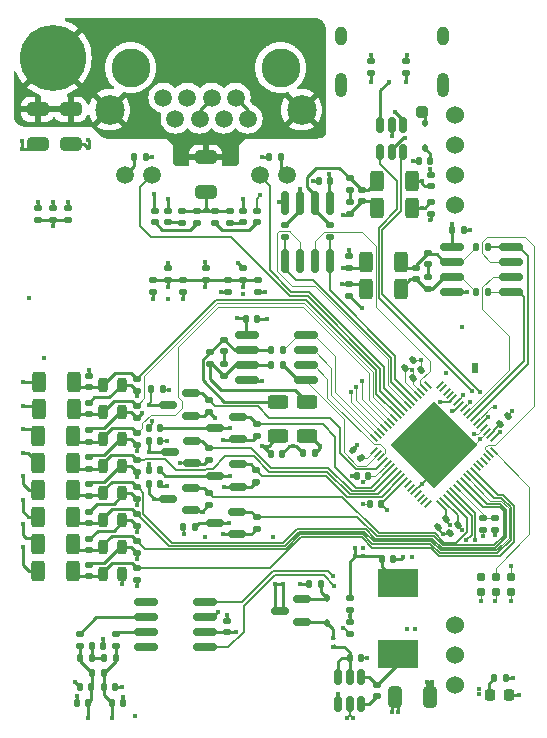
<source format=gbr>
%TF.GenerationSoftware,KiCad,Pcbnew,8.0.0*%
%TF.CreationDate,2024-03-22T12:56:57+01:00*%
%TF.ProjectId,WCH-ETH-LOW,5743482d-4554-4482-9d4c-4f572e6b6963,rev?*%
%TF.SameCoordinates,Original*%
%TF.FileFunction,Copper,L4,Bot*%
%TF.FilePolarity,Positive*%
%FSLAX46Y46*%
G04 Gerber Fmt 4.6, Leading zero omitted, Abs format (unit mm)*
G04 Created by KiCad (PCBNEW 8.0.0) date 2024-03-22 12:56:57*
%MOMM*%
%LPD*%
G01*
G04 APERTURE LIST*
G04 Aperture macros list*
%AMRoundRect*
0 Rectangle with rounded corners*
0 $1 Rounding radius*
0 $2 $3 $4 $5 $6 $7 $8 $9 X,Y pos of 4 corners*
0 Add a 4 corners polygon primitive as box body*
4,1,4,$2,$3,$4,$5,$6,$7,$8,$9,$2,$3,0*
0 Add four circle primitives for the rounded corners*
1,1,$1+$1,$2,$3*
1,1,$1+$1,$4,$5*
1,1,$1+$1,$6,$7*
1,1,$1+$1,$8,$9*
0 Add four rect primitives between the rounded corners*
20,1,$1+$1,$2,$3,$4,$5,0*
20,1,$1+$1,$4,$5,$6,$7,0*
20,1,$1+$1,$6,$7,$8,$9,0*
20,1,$1+$1,$8,$9,$2,$3,0*%
%AMRotRect*
0 Rectangle, with rotation*
0 The origin of the aperture is its center*
0 $1 length*
0 $2 width*
0 $3 Rotation angle, in degrees counterclockwise*
0 Add horizontal line*
21,1,$1,$2,0,0,$3*%
G04 Aperture macros list end*
%TA.AperFunction,ComponentPad*%
%ADD10O,1.000000X2.100000*%
%TD*%
%TA.AperFunction,ComponentPad*%
%ADD11O,1.000000X1.600000*%
%TD*%
%TA.AperFunction,ComponentPad*%
%ADD12C,3.600000*%
%TD*%
%TA.AperFunction,ConnectorPad*%
%ADD13C,5.600000*%
%TD*%
%TA.AperFunction,ComponentPad*%
%ADD14R,0.500000X0.900000*%
%TD*%
%TA.AperFunction,ComponentPad*%
%ADD15C,2.500000*%
%TD*%
%TA.AperFunction,ComponentPad*%
%ADD16C,1.520000*%
%TD*%
%TA.AperFunction,ComponentPad*%
%ADD17C,3.300000*%
%TD*%
%TA.AperFunction,ComponentPad*%
%ADD18C,1.524000*%
%TD*%
%TA.AperFunction,SMDPad,CuDef*%
%ADD19RoundRect,0.140000X0.021213X-0.219203X0.219203X-0.021213X-0.021213X0.219203X-0.219203X0.021213X0*%
%TD*%
%TA.AperFunction,SMDPad,CuDef*%
%ADD20RoundRect,0.250000X-0.312500X-0.625000X0.312500X-0.625000X0.312500X0.625000X-0.312500X0.625000X0*%
%TD*%
%TA.AperFunction,SMDPad,CuDef*%
%ADD21RoundRect,0.112500X0.112500X-0.187500X0.112500X0.187500X-0.112500X0.187500X-0.112500X-0.187500X0*%
%TD*%
%TA.AperFunction,SMDPad,CuDef*%
%ADD22RoundRect,0.140000X-0.170000X0.140000X-0.170000X-0.140000X0.170000X-0.140000X0.170000X0.140000X0*%
%TD*%
%TA.AperFunction,SMDPad,CuDef*%
%ADD23RoundRect,0.140000X0.140000X0.170000X-0.140000X0.170000X-0.140000X-0.170000X0.140000X-0.170000X0*%
%TD*%
%TA.AperFunction,SMDPad,CuDef*%
%ADD24RoundRect,0.150000X0.587500X0.150000X-0.587500X0.150000X-0.587500X-0.150000X0.587500X-0.150000X0*%
%TD*%
%TA.AperFunction,SMDPad,CuDef*%
%ADD25RoundRect,0.140000X-0.140000X-0.170000X0.140000X-0.170000X0.140000X0.170000X-0.140000X0.170000X0*%
%TD*%
%TA.AperFunction,SMDPad,CuDef*%
%ADD26RoundRect,0.250000X0.312500X0.625000X-0.312500X0.625000X-0.312500X-0.625000X0.312500X-0.625000X0*%
%TD*%
%TA.AperFunction,SMDPad,CuDef*%
%ADD27RoundRect,0.250000X0.325000X0.650000X-0.325000X0.650000X-0.325000X-0.650000X0.325000X-0.650000X0*%
%TD*%
%TA.AperFunction,SMDPad,CuDef*%
%ADD28RoundRect,0.135000X0.185000X-0.135000X0.185000X0.135000X-0.185000X0.135000X-0.185000X-0.135000X0*%
%TD*%
%TA.AperFunction,SMDPad,CuDef*%
%ADD29RoundRect,0.147500X0.147500X0.172500X-0.147500X0.172500X-0.147500X-0.172500X0.147500X-0.172500X0*%
%TD*%
%TA.AperFunction,SMDPad,CuDef*%
%ADD30RoundRect,0.250000X-0.625000X0.312500X-0.625000X-0.312500X0.625000X-0.312500X0.625000X0.312500X0*%
%TD*%
%TA.AperFunction,SMDPad,CuDef*%
%ADD31RoundRect,0.147500X-0.147500X-0.172500X0.147500X-0.172500X0.147500X0.172500X-0.147500X0.172500X0*%
%TD*%
%TA.AperFunction,SMDPad,CuDef*%
%ADD32RoundRect,0.135000X0.135000X0.185000X-0.135000X0.185000X-0.135000X-0.185000X0.135000X-0.185000X0*%
%TD*%
%TA.AperFunction,SMDPad,CuDef*%
%ADD33RoundRect,0.135000X-0.135000X-0.185000X0.135000X-0.185000X0.135000X0.185000X-0.135000X0.185000X0*%
%TD*%
%TA.AperFunction,SMDPad,CuDef*%
%ADD34RoundRect,0.218750X0.218750X0.256250X-0.218750X0.256250X-0.218750X-0.256250X0.218750X-0.256250X0*%
%TD*%
%TA.AperFunction,SMDPad,CuDef*%
%ADD35RoundRect,0.050000X-0.220971X-0.291682X0.291682X0.220971X0.220971X0.291682X-0.291682X-0.220971X0*%
%TD*%
%TA.AperFunction,SMDPad,CuDef*%
%ADD36RoundRect,0.050000X0.220971X-0.291682X0.291682X-0.220971X-0.220971X0.291682X-0.291682X0.220971X0*%
%TD*%
%TA.AperFunction,HeatsinkPad*%
%ADD37RotRect,5.200000X5.200000X45.000000*%
%TD*%
%TA.AperFunction,SMDPad,CuDef*%
%ADD38RoundRect,0.250000X0.650000X-0.325000X0.650000X0.325000X-0.650000X0.325000X-0.650000X-0.325000X0*%
%TD*%
%TA.AperFunction,SMDPad,CuDef*%
%ADD39RoundRect,0.140000X-0.021213X0.219203X-0.219203X0.021213X0.021213X-0.219203X0.219203X-0.021213X0*%
%TD*%
%TA.AperFunction,SMDPad,CuDef*%
%ADD40RoundRect,0.150000X0.150000X-0.512500X0.150000X0.512500X-0.150000X0.512500X-0.150000X-0.512500X0*%
%TD*%
%TA.AperFunction,SMDPad,CuDef*%
%ADD41RoundRect,0.135000X-0.185000X0.135000X-0.185000X-0.135000X0.185000X-0.135000X0.185000X0.135000X0*%
%TD*%
%TA.AperFunction,SMDPad,CuDef*%
%ADD42RoundRect,0.140000X0.219203X0.021213X0.021213X0.219203X-0.219203X-0.021213X-0.021213X-0.219203X0*%
%TD*%
%TA.AperFunction,SMDPad,CuDef*%
%ADD43RoundRect,0.140000X0.170000X-0.140000X0.170000X0.140000X-0.170000X0.140000X-0.170000X-0.140000X0*%
%TD*%
%TA.AperFunction,SMDPad,CuDef*%
%ADD44RoundRect,0.200000X-0.200000X-0.400000X0.200000X-0.400000X0.200000X0.400000X-0.200000X0.400000X0*%
%TD*%
%TA.AperFunction,SMDPad,CuDef*%
%ADD45RoundRect,0.250000X-0.650000X0.325000X-0.650000X-0.325000X0.650000X-0.325000X0.650000X0.325000X0*%
%TD*%
%TA.AperFunction,SMDPad,CuDef*%
%ADD46RoundRect,0.150000X0.825000X0.150000X-0.825000X0.150000X-0.825000X-0.150000X0.825000X-0.150000X0*%
%TD*%
%TA.AperFunction,SMDPad,CuDef*%
%ADD47RoundRect,0.147500X-0.172500X0.147500X-0.172500X-0.147500X0.172500X-0.147500X0.172500X0.147500X0*%
%TD*%
%TA.AperFunction,ConnectorPad*%
%ADD48C,0.787400*%
%TD*%
%TA.AperFunction,SMDPad,CuDef*%
%ADD49RoundRect,0.150000X0.150000X-0.825000X0.150000X0.825000X-0.150000X0.825000X-0.150000X-0.825000X0*%
%TD*%
%TA.AperFunction,SMDPad,CuDef*%
%ADD50R,3.500000X2.350000*%
%TD*%
%TA.AperFunction,SMDPad,CuDef*%
%ADD51RoundRect,0.147500X0.172500X-0.147500X0.172500X0.147500X-0.172500X0.147500X-0.172500X-0.147500X0*%
%TD*%
%TA.AperFunction,ViaPad*%
%ADD52C,0.450000*%
%TD*%
%TA.AperFunction,Conductor*%
%ADD53C,0.500000*%
%TD*%
%TA.AperFunction,Conductor*%
%ADD54C,0.254000*%
%TD*%
%TA.AperFunction,Conductor*%
%ADD55C,0.250000*%
%TD*%
%TA.AperFunction,Conductor*%
%ADD56C,0.127000*%
%TD*%
%TA.AperFunction,Conductor*%
%ADD57C,0.090000*%
%TD*%
%TA.AperFunction,Conductor*%
%ADD58C,0.200000*%
%TD*%
%TA.AperFunction,Conductor*%
%ADD59C,0.508000*%
%TD*%
G04 APERTURE END LIST*
D10*
%TO.P,J10,S1,SHIELD*%
%TO.N,GND*%
X109984000Y-77754000D03*
D11*
X109984000Y-73574000D03*
D10*
X101344000Y-77754000D03*
D11*
X101344000Y-73574000D03*
%TD*%
D12*
%TO.P,H1,1,1*%
%TO.N,Earth*%
X76962000Y-75438000D03*
D13*
X76962000Y-75438000D03*
%TD*%
D14*
%TO.P,AE1,2,Shield*%
%TO.N,GND*%
X112735000Y-101730000D03*
%TD*%
D15*
%TO.P,RJ1,14,S*%
%TO.N,Earth*%
X98046000Y-79835000D03*
%TO.P,RJ1,13,S*%
X81786000Y-79835000D03*
D16*
%TO.P,RJ1,12,R-*%
%TO.N,Net-(RJ1-R-)*%
X83056000Y-85405000D03*
%TO.P,RJ1,11,R+*%
%TO.N,EthStatLEDR*%
X85346000Y-85405000D03*
%TO.P,RJ1,10,L-*%
%TO.N,EthStatLEDL*%
X94486000Y-85405000D03*
%TO.P,RJ1,9,L+*%
%TO.N,Net-(RJ1-L+)*%
X96776000Y-85405000D03*
%TO.P,RJ1,8,8*%
%TO.N,Net-(C37-Pad1)*%
X93486000Y-80595000D03*
%TO.P,RJ1,7,7*%
X92466000Y-78805000D03*
%TO.P,RJ1,6,6*%
%TO.N,Net-(L2-RX-)*%
X91446000Y-80595000D03*
%TO.P,RJ1,5,5*%
%TO.N,Net-(C36-Pad1)*%
X90426000Y-78805000D03*
%TO.P,RJ1,4,4*%
X89406000Y-80595000D03*
%TO.P,RJ1,3,3*%
%TO.N,Net-(L2-RX+)*%
X88386000Y-78805000D03*
%TO.P,RJ1,2,2*%
%TO.N,Net-(L2-TX-)*%
X87366000Y-80595000D03*
%TO.P,RJ1,1,1*%
%TO.N,Net-(L2-TX+)*%
X86346000Y-78805000D03*
D17*
%TO.P,RJ1,*%
%TO.N,*%
X96266000Y-76265000D03*
X83566000Y-76265000D03*
%TD*%
D18*
%TO.P,U6,1,B1*%
%TO.N,Net-(L2-RXCT)*%
X110998000Y-80264000D03*
%TO.P,U6,2,B1*%
%TO.N,Net-(L2-TXCT)*%
X110998000Y-82804000D03*
%TO.P,U6,3,B2*%
%TO.N,Net-(C36-Pad1)*%
X110998000Y-85344000D03*
%TO.P,U6,4,B2*%
%TO.N,Net-(C37-Pad1)*%
X110998000Y-87884000D03*
%TO.P,U6,5,V-*%
%TO.N,GND*%
X110998000Y-123484000D03*
%TO.P,U6,6,V+*%
%TO.N,VCC*%
X110998000Y-126024000D03*
%TO.P,U6,7,Adj*%
%TO.N,unconnected-(U6-Adj-Pad7)*%
X110998000Y-128564000D03*
%TD*%
D19*
%TO.P,C21,1*%
%TO.N,+3.3V*%
X107510589Y-102519411D03*
%TO.P,C21,2*%
%TO.N,GND*%
X108189411Y-101840589D03*
%TD*%
D20*
%TO.P,R8,1*%
%TO.N,Net-(J2-Pin_3)*%
X75753500Y-116588000D03*
%TO.P,R8,2*%
%TO.N,DIN_01*%
X78678500Y-116588000D03*
%TD*%
D21*
%TO.P,D5,1,K*%
%TO.N,VCC*%
X100205250Y-123300000D03*
%TO.P,D5,2,A*%
%TO.N,Net-(D5-A)*%
X100205250Y-121200000D03*
%TD*%
D22*
%TO.P,C38,1*%
%TO.N,GND*%
X89920000Y-93270000D03*
%TO.P,C38,2*%
%TO.N,+3.3V*%
X89920000Y-94230000D03*
%TD*%
D23*
%TO.P,C15,1*%
%TO.N,+3.3V*%
X100440000Y-85860000D03*
%TO.P,C15,2*%
%TO.N,GND*%
X99480000Y-85860000D03*
%TD*%
D24*
%TO.P,Q2,1,G*%
%TO.N,Dout_00*%
X92553000Y-113858000D03*
%TO.P,Q2,2,S*%
%TO.N,GND*%
X92553000Y-115758000D03*
%TO.P,Q2,3,D*%
%TO.N,Net-(D20-A2)*%
X90678000Y-114808000D03*
%TD*%
D25*
%TO.P,C9,1*%
%TO.N,VCC*%
X102120000Y-126280000D03*
%TO.P,C9,2*%
%TO.N,GND*%
X103080000Y-126280000D03*
%TD*%
D22*
%TO.P,C20,1*%
%TO.N,RS485_01_B*%
X108777000Y-91952000D03*
%TO.P,C20,2*%
%TO.N,Net-(C20-Pad2)*%
X108777000Y-92912000D03*
%TD*%
D26*
%TO.P,R32,1*%
%TO.N,RS485_01_A*%
X106429500Y-94996000D03*
%TO.P,R32,2*%
%TO.N,Net-(D12-A2)*%
X103504500Y-94996000D03*
%TD*%
D27*
%TO.P,C14,1*%
%TO.N,VCC*%
X108885000Y-129530000D03*
%TO.P,C14,2*%
%TO.N,GND*%
X105935000Y-129530000D03*
%TD*%
D19*
%TO.P,C46,1*%
%TO.N,Vinta*%
X114820589Y-106419411D03*
%TO.P,C46,2*%
%TO.N,GND*%
X115499411Y-105740589D03*
%TD*%
D28*
%TO.P,R56,1*%
%TO.N,+3.3V*%
X75692000Y-89156000D03*
%TO.P,R56,2*%
%TO.N,Net-(D27-A)*%
X75692000Y-88136000D03*
%TD*%
D25*
%TO.P,C16,1*%
%TO.N,+3.3V*%
X93300000Y-97540000D03*
%TO.P,C16,2*%
%TO.N,GND*%
X94260000Y-97540000D03*
%TD*%
D28*
%TO.P,R49,1*%
%TO.N,GND*%
X94200000Y-111320000D03*
%TO.P,R49,2*%
%TO.N,Dout_02*%
X94200000Y-110300000D03*
%TD*%
D29*
%TO.P,D8,1,A1*%
%TO.N,GND*%
X96402500Y-108960000D03*
%TO.P,D8,2,A2*%
%TO.N,Net-(D8-A2)*%
X95432500Y-108960000D03*
%TD*%
D30*
%TO.P,R25,1*%
%TO.N,RS485_02_B*%
X96080000Y-104547500D03*
%TO.P,R25,2*%
%TO.N,Net-(D8-A2)*%
X96080000Y-107472500D03*
%TD*%
D23*
%TO.P,C41,1*%
%TO.N,VBUS*%
X108930000Y-84190000D03*
%TO.P,C41,2*%
%TO.N,GND*%
X107970000Y-84190000D03*
%TD*%
D31*
%TO.P,D24,1,A1*%
%TO.N,GND*%
X85085000Y-106780000D03*
%TO.P,D24,2,A2*%
%TO.N,Net-(D24-A2)*%
X86055000Y-106780000D03*
%TD*%
D28*
%TO.P,R57,1*%
%TO.N,+3.3V*%
X114460000Y-115415000D03*
%TO.P,R57,2*%
%TO.N,Net-(IC2-BOOT0)*%
X114460000Y-114395000D03*
%TD*%
D24*
%TO.P,Q4,1,G*%
%TO.N,Dout_01*%
X88646000Y-111858000D03*
%TO.P,Q4,2,S*%
%TO.N,GND*%
X88646000Y-113758000D03*
%TO.P,Q4,3,D*%
%TO.N,Net-(D21-A2)*%
X86771000Y-112808000D03*
%TD*%
D25*
%TO.P,C6,1*%
%TO.N,Net-(D2-A2)*%
X81300000Y-128740000D03*
%TO.P,C6,2*%
%TO.N,GND*%
X82260000Y-128740000D03*
%TD*%
D23*
%TO.P,C5,1*%
%TO.N,Net-(D1-A2)*%
X80230000Y-128730000D03*
%TO.P,C5,2*%
%TO.N,GND*%
X79270000Y-128730000D03*
%TD*%
D32*
%TO.P,R65,1*%
%TO.N,+3.3V*%
X84838000Y-83820000D03*
%TO.P,R65,2*%
%TO.N,Net-(RJ1-R-)*%
X83818000Y-83820000D03*
%TD*%
D33*
%TO.P,R61,1*%
%TO.N,+3.3V*%
X95248000Y-83820000D03*
%TO.P,R61,2*%
%TO.N,Net-(RJ1-L+)*%
X96268000Y-83820000D03*
%TD*%
D28*
%TO.P,R48,1*%
%TO.N,GND*%
X90170000Y-113286000D03*
%TO.P,R48,2*%
%TO.N,Dout_01*%
X90170000Y-112266000D03*
%TD*%
D34*
%TO.P,D6,1,K*%
%TO.N,GND*%
X115577500Y-129380000D03*
%TO.P,D6,2,A*%
%TO.N,Net-(D6-A)*%
X114002500Y-129380000D03*
%TD*%
D28*
%TO.P,R16,1*%
%TO.N,RS485_00_DI*%
X96660000Y-90610000D03*
%TO.P,R16,2*%
%TO.N,RS485_00_A*%
X96660000Y-89590000D03*
%TD*%
D35*
%TO.P,IC2,1,VBAT*%
%TO.N,unconnected-(IC2-VBAT-Pad1)*%
X108731534Y-113237484D03*
%TO.P,IC2,2,PC14/OSC32_IN*%
%TO.N,unconnected-(IC2-PC14{slash}OSC32_IN-Pad2)*%
X108448691Y-112954641D03*
%TO.P,IC2,3,PC15/OSC32_OUT*%
%TO.N,unconnected-(IC2-PC15{slash}OSC32_OUT-Pad3)*%
X108165848Y-112671798D03*
%TO.P,IC2,4*%
%TO.N,N/C*%
X107883006Y-112388956D03*
%TO.P,IC2,5,Vss_A*%
%TO.N,GND*%
X107600163Y-112106113D03*
%TO.P,IC2,6,OSC_IN*%
%TO.N,unconnected-(IC2-OSC_IN-Pad6)*%
X107317320Y-111823270D03*
%TO.P,IC2,7,OSC_OUT*%
%TO.N,unconnected-(IC2-OSC_OUT-Pad7)*%
X107034477Y-111540427D03*
%TO.P,IC2,8,NRST*%
%TO.N,NRST*%
X106751635Y-111257585D03*
%TO.P,IC2,9,PC0*%
%TO.N,Dout_02*%
X106468792Y-110974742D03*
%TO.P,IC2,10,PC1*%
%TO.N,DIN_04*%
X106185949Y-110691899D03*
%TO.P,IC2,11,PC2*%
%TO.N,Dout_03*%
X105903107Y-110409057D03*
%TO.P,IC2,12,PC3*%
%TO.N,Dout_04*%
X105620264Y-110126214D03*
%TO.P,IC2,13,VDD_A*%
%TO.N,+3.3V*%
X105337421Y-109843371D03*
%TO.P,IC2,14,PA0*%
%TO.N,Dout_05*%
X105054578Y-109560528D03*
%TO.P,IC2,15,PA1*%
%TO.N,RS485_02_DE*%
X104771736Y-109277686D03*
%TO.P,IC2,16,PA2*%
%TO.N,RS485_02_DI*%
X104488893Y-108994843D03*
%TO.P,IC2,17,Vio_4*%
%TO.N,+3.3V*%
X104206050Y-108712000D03*
D36*
%TO.P,IC2,18,PD4*%
%TO.N,RS485_02_RE*%
X104206050Y-107669018D03*
%TO.P,IC2,19,PA3*%
%TO.N,RS485_02_RO*%
X104488893Y-107386175D03*
%TO.P,IC2,20,PA4*%
%TO.N,StatLED00*%
X104771736Y-107103332D03*
%TO.P,IC2,21,PA5*%
%TO.N,StatLED01*%
X105054578Y-106820490D03*
%TO.P,IC2,22,PA6*%
%TO.N,StatLED02*%
X105337421Y-106537647D03*
%TO.P,IC2,23,PA7*%
%TO.N,DIN_05*%
X105620264Y-106254804D03*
%TO.P,IC2,24,PC4*%
%TO.N,DIN_06*%
X105903107Y-105971961D03*
%TO.P,IC2,25,PC5*%
%TO.N,DIN_07*%
X106185949Y-105689119D03*
%TO.P,IC2,26,PB0*%
%TO.N,EthStatLEDR*%
X106468792Y-105406276D03*
%TO.P,IC2,27,PB1*%
%TO.N,EthStatLEDL*%
X106751635Y-105123433D03*
%TO.P,IC2,28,PB2*%
%TO.N,RS485_00_DE*%
X107034477Y-104840591D03*
%TO.P,IC2,29,PB10*%
%TO.N,RS485_00_DI*%
X107317320Y-104557748D03*
%TO.P,IC2,30,PB11*%
%TO.N,RS485_00_RO*%
X107600163Y-104274905D03*
%TO.P,IC2,31,Vio_1*%
%TO.N,+3.3V*%
X107883006Y-103992062D03*
%TO.P,IC2,32,VDD_1*%
X108165848Y-103709220D03*
%TO.P,IC2,33,PD5*%
%TO.N,RS485_00_RE*%
X108448691Y-103426377D03*
%TO.P,IC2,34,PD6*%
%TO.N,unconnected-(IC2-PD6-Pad34)*%
X108731534Y-103143534D03*
D35*
%TO.P,IC2,35,PB12*%
%TO.N,unconnected-(IC2-PB12-Pad35)*%
X109774516Y-103143534D03*
%TO.P,IC2,36,PB13*%
%TO.N,unconnected-(IC2-PB13-Pad36)*%
X110057359Y-103426377D03*
%TO.P,IC2,37,PB14*%
%TO.N,unconnected-(IC2-PB14-Pad37)*%
X110340202Y-103709220D03*
%TO.P,IC2,38,PB15*%
%TO.N,unconnected-(IC2-PB15-Pad38)*%
X110623044Y-103992062D03*
%TO.P,IC2,39,PC6*%
%TO.N,ETH_RXP*%
X110905887Y-104274905D03*
%TO.P,IC2,40,PC7*%
%TO.N,ETH_RXN*%
X111188730Y-104557748D03*
%TO.P,IC2,41,PC8*%
%TO.N,ETH_TXP*%
X111471573Y-104840591D03*
%TO.P,IC2,42,PC9*%
%TO.N,ETH_TXN*%
X111754415Y-105123433D03*
%TO.P,IC2,43,PA8*%
%TO.N,RS485_01_DE*%
X112037258Y-105406276D03*
%TO.P,IC2,44,PA9*%
%TO.N,RS485_01_DI*%
X112320101Y-105689119D03*
%TO.P,IC2,45,PA10*%
%TO.N,RS485_01_RO*%
X112602943Y-105971961D03*
%TO.P,IC2,46,PA11*%
%TO.N,USB1DN*%
X112885786Y-106254804D03*
%TO.P,IC2,47,PA12*%
%TO.N,USB1DP*%
X113168629Y-106537647D03*
%TO.P,IC2,48,PA13*%
%TO.N,SWD*%
X113451472Y-106820490D03*
%TO.P,IC2,49,Vss_2*%
%TO.N,GND*%
X113734314Y-107103332D03*
%TO.P,IC2,50,Vinta*%
%TO.N,Vinta*%
X114017157Y-107386175D03*
%TO.P,IC2,51,Ant*%
%TO.N,Ant*%
X114300000Y-107669018D03*
D36*
%TO.P,IC2,52,PA14*%
%TO.N,SWCLK*%
X114300000Y-108712000D03*
%TO.P,IC2,53,PA15*%
%TO.N,RS485_01_RE*%
X114017157Y-108994843D03*
%TO.P,IC2,54,PC10*%
%TO.N,unconnected-(IC2-PC10-Pad54)*%
X113734314Y-109277686D03*
%TO.P,IC2,55,PC11*%
%TO.N,unconnected-(IC2-PC11-Pad55)*%
X113451472Y-109560528D03*
%TO.P,IC2,56,PC12*%
%TO.N,unconnected-(IC2-PC12-Pad56)*%
X113168629Y-109843371D03*
%TO.P,IC2,57,PD2*%
%TO.N,unconnected-(IC2-PD2-Pad57)*%
X112885786Y-110126214D03*
%TO.P,IC2,58,PB3*%
%TO.N,DIN_00*%
X112602943Y-110409057D03*
%TO.P,IC2,59,PB4*%
%TO.N,DIN_01*%
X112320101Y-110691899D03*
%TO.P,IC2,60,PB5*%
%TO.N,DIN_02*%
X112037258Y-110974742D03*
%TO.P,IC2,61,PB6*%
%TO.N,DIN_03*%
X111754415Y-111257585D03*
%TO.P,IC2,62,PB7*%
%TO.N,Dout_00*%
X111471573Y-111540427D03*
%TO.P,IC2,63,BOOT0*%
%TO.N,Net-(IC2-BOOT0)*%
X111188730Y-111823270D03*
%TO.P,IC2,64,PB8*%
%TO.N,CAN0_RX*%
X110905887Y-112106113D03*
%TO.P,IC2,65,PB9*%
%TO.N,CAN0_TX*%
X110623044Y-112388956D03*
%TO.P,IC2,66,PD3*%
%TO.N,Dout_01*%
X110340202Y-112671798D03*
%TO.P,IC2,67,Vio_3*%
%TO.N,+3.3V*%
X110057359Y-112954641D03*
%TO.P,IC2,68,VDD_3*%
X109774516Y-113237484D03*
D37*
%TO.P,IC2,69,Vss_Pad*%
%TO.N,GND*%
X109253025Y-108190509D03*
%TD*%
D28*
%TO.P,R64,1*%
%TO.N,Net-(C37-Pad2)*%
X90678000Y-89410000D03*
%TO.P,R64,2*%
%TO.N,Net-(C35-Pad1)*%
X90678000Y-88390000D03*
%TD*%
D38*
%TO.P,C35,1*%
%TO.N,Net-(C35-Pad1)*%
X89916000Y-86819000D03*
%TO.P,C35,2*%
%TO.N,Earth*%
X89916000Y-83869000D03*
%TD*%
D20*
%TO.P,R10,1*%
%TO.N,Net-(J2-Pin_4)*%
X75753500Y-114302000D03*
%TO.P,R10,2*%
%TO.N,DIN_02*%
X78678500Y-114302000D03*
%TD*%
D39*
%TO.P,C8,1*%
%TO.N,+3.3V*%
X110260000Y-114530000D03*
%TO.P,C8,2*%
%TO.N,GND*%
X109581178Y-115208822D03*
%TD*%
D40*
%TO.P,U2,1*%
%TO.N,USB1DN*%
X106614000Y-83433500D03*
%TO.P,U2,2*%
%TO.N,GND*%
X105664000Y-83433500D03*
%TO.P,U2,3*%
%TO.N,USB1DP*%
X104714000Y-83433500D03*
%TO.P,U2,4*%
%TO.N,Net-(J10-D+-PadA6)*%
X104714000Y-81158500D03*
%TO.P,U2,5*%
%TO.N,+3.3V*%
X105664000Y-81158500D03*
%TO.P,U2,6*%
%TO.N,Net-(J10-D--PadA7)*%
X106614000Y-81158500D03*
%TD*%
D20*
%TO.P,R37,1*%
%TO.N,Net-(J2-Pin_9)*%
X75815000Y-102872000D03*
%TO.P,R37,2*%
%TO.N,DIN_07*%
X78740000Y-102872000D03*
%TD*%
D41*
%TO.P,R2,1*%
%TO.N,Net-(U1-CANL)*%
X82296000Y-124206000D03*
%TO.P,R2,2*%
%TO.N,Net-(D2-A2)*%
X82296000Y-125226000D03*
%TD*%
%TO.P,R45,1*%
%TO.N,DIN_07*%
X84074000Y-102614000D03*
%TO.P,R45,2*%
%TO.N,GND*%
X84074000Y-103634000D03*
%TD*%
D42*
%TO.P,C4,1*%
%TO.N,+3.3V*%
X103049411Y-109319411D03*
%TO.P,C4,2*%
%TO.N,GND*%
X102370589Y-108640589D03*
%TD*%
D43*
%TO.P,C25,1*%
%TO.N,DIN_01*%
X80040000Y-117130000D03*
%TO.P,C25,2*%
%TO.N,GND*%
X80040000Y-116170000D03*
%TD*%
D44*
%TO.P,D3,1,K*%
%TO.N,DIN_00*%
X81242000Y-119128000D03*
%TO.P,D3,2,A*%
%TO.N,GND*%
X82842000Y-119128000D03*
%TD*%
%TO.P,D14,1,K*%
%TO.N,DIN_03*%
X81242000Y-112270000D03*
%TO.P,D14,2,A*%
%TO.N,GND*%
X82842000Y-112270000D03*
%TD*%
D28*
%TO.P,R13,1*%
%TO.N,GND*%
X102108000Y-124210000D03*
%TO.P,R13,2*%
%TO.N,Net-(IC1-FB)*%
X102108000Y-123190000D03*
%TD*%
D43*
%TO.P,C30,1*%
%TO.N,DIN_06*%
X80030000Y-105610000D03*
%TO.P,C30,2*%
%TO.N,GND*%
X80030000Y-104650000D03*
%TD*%
D19*
%TO.P,C22,1*%
%TO.N,+3.3V*%
X106770589Y-101739411D03*
%TO.P,C22,2*%
%TO.N,GND*%
X107449411Y-101060589D03*
%TD*%
D41*
%TO.P,R43,1*%
%TO.N,DIN_05*%
X84074000Y-107188000D03*
%TO.P,R43,2*%
%TO.N,GND*%
X84074000Y-108208000D03*
%TD*%
D22*
%TO.P,C36,1*%
%TO.N,Net-(C36-Pad1)*%
X85598000Y-88420000D03*
%TO.P,C36,2*%
%TO.N,Net-(C36-Pad2)*%
X85598000Y-89380000D03*
%TD*%
D28*
%TO.P,R15,1*%
%TO.N,RS485_00_RO*%
X100480000Y-90650000D03*
%TO.P,R15,2*%
%TO.N,RS485_00_B*%
X100480000Y-89630000D03*
%TD*%
D41*
%TO.P,R40,1*%
%TO.N,DIN_02*%
X84074000Y-114046000D03*
%TO.P,R40,2*%
%TO.N,GND*%
X84074000Y-115066000D03*
%TD*%
D45*
%TO.P,R59,1*%
%TO.N,Earth*%
X78486000Y-79805000D03*
%TO.P,R59,2*%
%TO.N,GND*%
X78486000Y-82755000D03*
%TD*%
D32*
%TO.P,R27,1*%
%TO.N,RS485_01_RO*%
X113820000Y-91430000D03*
%TO.P,R27,2*%
%TO.N,RS485_01_B*%
X112800000Y-91430000D03*
%TD*%
D28*
%TO.P,R52,1*%
%TO.N,GND*%
X90170000Y-105412000D03*
%TO.P,R52,2*%
%TO.N,Dout_05*%
X90170000Y-104392000D03*
%TD*%
D46*
%TO.P,U1,1,TXD*%
%TO.N,CAN0_TX*%
X89851000Y-121539000D03*
%TO.P,U1,2,GND*%
%TO.N,GND*%
X89851000Y-122809000D03*
%TO.P,U1,3,VCC*%
%TO.N,+3.3V*%
X89851000Y-124079000D03*
%TO.P,U1,4,RXD*%
%TO.N,CAN0_RX*%
X89851000Y-125349000D03*
%TO.P,U1,5,SHDN*%
%TO.N,unconnected-(U1-SHDN-Pad5)*%
X84901000Y-125349000D03*
%TO.P,U1,6,CANL*%
%TO.N,Net-(U1-CANL)*%
X84901000Y-124079000D03*
%TO.P,U1,7,CANH*%
%TO.N,Net-(U1-CANH)*%
X84901000Y-122809000D03*
%TO.P,U1,8,S*%
%TO.N,unconnected-(U1-S-Pad8)*%
X84901000Y-121539000D03*
%TD*%
D32*
%TO.P,R14,1*%
%TO.N,+3.3V*%
X115334190Y-127950000D03*
%TO.P,R14,2*%
%TO.N,Net-(D6-A)*%
X114314190Y-127950000D03*
%TD*%
D43*
%TO.P,C1,1*%
%TO.N,+3.3V*%
X91710000Y-124080000D03*
%TO.P,C1,2*%
%TO.N,GND*%
X91710000Y-123120000D03*
%TD*%
D24*
%TO.P,Q6,1,G*%
%TO.N,Dout_02*%
X92631500Y-109858000D03*
%TO.P,Q6,2,S*%
%TO.N,GND*%
X92631500Y-111758000D03*
%TO.P,Q6,3,D*%
%TO.N,Net-(D22-A2)*%
X90756500Y-110808000D03*
%TD*%
D29*
%TO.P,D2,1,A1*%
%TO.N,GND*%
X82955000Y-130070000D03*
%TO.P,D2,2,A2*%
%TO.N,Net-(D2-A2)*%
X81985000Y-130070000D03*
%TD*%
D28*
%TO.P,R50,1*%
%TO.N,GND*%
X90170000Y-109474000D03*
%TO.P,R50,2*%
%TO.N,Dout_03*%
X90170000Y-108454000D03*
%TD*%
D40*
%TO.P,IC1,1,CB*%
%TO.N,Net-(IC1-CB)*%
X103058000Y-130169500D03*
%TO.P,IC1,2,GND*%
%TO.N,GND*%
X102108000Y-130169500D03*
%TO.P,IC1,3,FB*%
%TO.N,Net-(IC1-FB)*%
X101158000Y-130169500D03*
%TO.P,IC1,4,EN*%
%TO.N,VCC*%
X101158000Y-127894500D03*
%TO.P,IC1,5,IN*%
X102108000Y-127894500D03*
%TO.P,IC1,6,SW*%
%TO.N,Net-(IC1-SW)*%
X103058000Y-127894500D03*
%TD*%
D41*
%TO.P,R68,1*%
%TO.N,+3.3V*%
X91821000Y-94232000D03*
%TO.P,R68,2*%
%TO.N,ETH_RXP*%
X91821000Y-95252000D03*
%TD*%
D28*
%TO.P,R47,1*%
%TO.N,+3.3V*%
X78232000Y-89156000D03*
%TO.P,R47,2*%
%TO.N,Net-(D19-A)*%
X78232000Y-88136000D03*
%TD*%
D41*
%TO.P,R39,1*%
%TO.N,DIN_01*%
X84074000Y-116332000D03*
%TO.P,R39,2*%
%TO.N,GND*%
X84074000Y-117352000D03*
%TD*%
D43*
%TO.P,C28,1*%
%TO.N,DIN_04*%
X80020000Y-110240000D03*
%TO.P,C28,2*%
%TO.N,GND*%
X80020000Y-109280000D03*
%TD*%
D33*
%TO.P,R6,1*%
%TO.N,Net-(C3-Pad2)*%
X81276000Y-126238000D03*
%TO.P,R6,2*%
%TO.N,Net-(D2-A2)*%
X82296000Y-126238000D03*
%TD*%
D47*
%TO.P,D11,1,A1*%
%TO.N,GND*%
X102070000Y-92235000D03*
%TO.P,D11,2,A2*%
%TO.N,Net-(D11-A2)*%
X102070000Y-93205000D03*
%TD*%
D41*
%TO.P,R67,1*%
%TO.N,+3.3V*%
X88011000Y-94232000D03*
%TO.P,R67,2*%
%TO.N,ETH_TXN*%
X88011000Y-95252000D03*
%TD*%
D48*
%TO.P,J9,1,Pin_1*%
%TO.N,+3.3V*%
X115735000Y-120640000D03*
%TO.P,J9,2,Pin_2*%
%TO.N,SWD*%
X115735000Y-119370000D03*
%TO.P,J9,3,Pin_3*%
%TO.N,NRST*%
X114465000Y-120640000D03*
%TO.P,J9,4,Pin_4*%
%TO.N,SWCLK*%
X114465000Y-119370000D03*
%TO.P,J9,5,Pin_5*%
%TO.N,GND*%
X113195000Y-120640000D03*
%TO.P,J9,6,Pin_6*%
%TO.N,unconnected-(J9-Pin_6-Pad6)*%
X113195000Y-119370000D03*
%TD*%
D30*
%TO.P,R26,1*%
%TO.N,RS485_02_A*%
X98500000Y-104547500D03*
%TO.P,R26,2*%
%TO.N,Net-(D10-A2)*%
X98500000Y-107472500D03*
%TD*%
D29*
%TO.P,D25,1,A1*%
%TO.N,GND*%
X86287500Y-103520000D03*
%TO.P,D25,2,A2*%
%TO.N,Net-(D25-A2)*%
X85317500Y-103520000D03*
%TD*%
D41*
%TO.P,R44,1*%
%TO.N,DIN_06*%
X84074000Y-104900000D03*
%TO.P,R44,2*%
%TO.N,GND*%
X84074000Y-105920000D03*
%TD*%
D43*
%TO.P,C26,1*%
%TO.N,DIN_02*%
X80050000Y-114830000D03*
%TO.P,C26,2*%
%TO.N,GND*%
X80050000Y-113870000D03*
%TD*%
D24*
%TO.P,Q1,1,G*%
%TO.N,Net-(D5-A)*%
X98094750Y-121300000D03*
%TO.P,Q1,2,S*%
%TO.N,VCC*%
X98094750Y-123200000D03*
%TO.P,Q1,3,D*%
%TO.N,Net-(J3-Pin_1)*%
X96219750Y-122250000D03*
%TD*%
D28*
%TO.P,R29,1*%
%TO.N,RS485_01_A*%
X108777000Y-95000000D03*
%TO.P,R29,2*%
%TO.N,Net-(C20-Pad2)*%
X108777000Y-93980000D03*
%TD*%
D23*
%TO.P,C2,1*%
%TO.N,+3.3V*%
X103690000Y-110880000D03*
%TO.P,C2,2*%
%TO.N,GND*%
X102730000Y-110880000D03*
%TD*%
D20*
%TO.P,R24,1*%
%TO.N,RS485_00_A*%
X104455500Y-88138000D03*
%TO.P,R24,2*%
%TO.N,Net-(D9-A2)*%
X107380500Y-88138000D03*
%TD*%
D28*
%TO.P,R46,1*%
%TO.N,GND*%
X94234000Y-115316000D03*
%TO.P,R46,2*%
%TO.N,Dout_00*%
X94234000Y-114296000D03*
%TD*%
D43*
%TO.P,C29,1*%
%TO.N,DIN_05*%
X80010000Y-107930000D03*
%TO.P,C29,2*%
%TO.N,GND*%
X80010000Y-106970000D03*
%TD*%
D32*
%TO.P,R3,1*%
%TO.N,RS485_01_DI*%
X113845000Y-95280000D03*
%TO.P,R3,2*%
%TO.N,RS485_01_A*%
X112825000Y-95280000D03*
%TD*%
D43*
%TO.P,C11,1*%
%TO.N,Net-(IC1-CB)*%
X104394000Y-129512000D03*
%TO.P,C11,2*%
%TO.N,Net-(IC1-SW)*%
X104394000Y-128552000D03*
%TD*%
D24*
%TO.P,Q8,1,G*%
%TO.N,Dout_04*%
X92631500Y-105858000D03*
%TO.P,Q8,2,S*%
%TO.N,GND*%
X92631500Y-107758000D03*
%TO.P,Q8,3,D*%
%TO.N,Net-(D24-A2)*%
X90756500Y-106808000D03*
%TD*%
D20*
%TO.P,R35,1*%
%TO.N,Net-(J2-Pin_7)*%
X75753500Y-107444000D03*
%TO.P,R35,2*%
%TO.N,DIN_05*%
X78678500Y-107444000D03*
%TD*%
D25*
%TO.P,C12,1*%
%TO.N,+3.3V*%
X104830000Y-117900000D03*
%TO.P,C12,2*%
%TO.N,GND*%
X105790000Y-117900000D03*
%TD*%
D28*
%TO.P,R62,1*%
%TO.N,Net-(C34-Pad2)*%
X87884000Y-89408000D03*
%TO.P,R62,2*%
%TO.N,Net-(C35-Pad1)*%
X87884000Y-88388000D03*
%TD*%
D22*
%TO.P,R30,1*%
%TO.N,RS485_01_B*%
X107761000Y-93246000D03*
%TO.P,R30,2*%
%TO.N,RS485_01_A*%
X107761000Y-94206000D03*
%TD*%
%TO.P,C37,1*%
%TO.N,Net-(C37-Pad1)*%
X94234000Y-88420000D03*
%TO.P,C37,2*%
%TO.N,Net-(C37-Pad2)*%
X94234000Y-89380000D03*
%TD*%
%TO.P,C17,1*%
%TO.N,RS485_00_B*%
X102108000Y-85654000D03*
%TO.P,C17,2*%
%TO.N,Net-(C17-Pad2)*%
X102108000Y-86614000D03*
%TD*%
D32*
%TO.P,R11,1*%
%TO.N,Net-(D5-A)*%
X99699250Y-119964000D03*
%TO.P,R11,2*%
%TO.N,GND*%
X98679250Y-119964000D03*
%TD*%
D20*
%TO.P,R36,1*%
%TO.N,Net-(J2-Pin_8)*%
X75815000Y-105158000D03*
%TO.P,R36,2*%
%TO.N,DIN_06*%
X78740000Y-105158000D03*
%TD*%
D22*
%TO.P,C39,1*%
%TO.N,GND*%
X93110000Y-93260000D03*
%TO.P,C39,2*%
%TO.N,+3.3V*%
X93110000Y-94220000D03*
%TD*%
D23*
%TO.P,C23,1*%
%TO.N,NRST*%
X104765000Y-113230000D03*
%TO.P,C23,2*%
%TO.N,GND*%
X103805000Y-113230000D03*
%TD*%
D26*
%TO.P,R31,1*%
%TO.N,RS485_01_B*%
X106429500Y-92710000D03*
%TO.P,R31,2*%
%TO.N,Net-(D11-A2)*%
X103504500Y-92710000D03*
%TD*%
D32*
%TO.P,R17,1*%
%TO.N,RS485_02_RO*%
X96495000Y-100215000D03*
%TO.P,R17,2*%
%TO.N,RS485_02_B*%
X95475000Y-100215000D03*
%TD*%
D49*
%TO.P,U3,1,RO*%
%TO.N,RS485_00_RO*%
X100457000Y-92645000D03*
%TO.P,U3,2,~{RE}*%
%TO.N,RS485_00_RE*%
X99187000Y-92645000D03*
%TO.P,U3,3,DE*%
%TO.N,RS485_00_DE*%
X97917000Y-92645000D03*
%TO.P,U3,4,DI*%
%TO.N,RS485_00_DI*%
X96647000Y-92645000D03*
%TO.P,U3,5,GND*%
%TO.N,GND*%
X96647000Y-87695000D03*
%TO.P,U3,6,A*%
%TO.N,RS485_00_A*%
X97917000Y-87695000D03*
%TO.P,U3,7,B*%
%TO.N,RS485_00_B*%
X99187000Y-87695000D03*
%TO.P,U3,8,VCC*%
%TO.N,+3.3V*%
X100457000Y-87695000D03*
%TD*%
D50*
%TO.P,L3,1,1*%
%TO.N,Net-(IC1-SW)*%
X106172000Y-125961000D03*
%TO.P,L3,2,2*%
%TO.N,+3.3V*%
X106172000Y-119911000D03*
%TD*%
D41*
%TO.P,R71,1*%
%TO.N,GND*%
X103914000Y-75690000D03*
%TO.P,R71,2*%
%TO.N,Net-(J10-CC2)*%
X103914000Y-76710000D03*
%TD*%
D22*
%TO.P,C33,1*%
%TO.N,Net-(L2-RXCT)*%
X93091000Y-88422000D03*
%TO.P,C33,2*%
%TO.N,Net-(C33-Pad2)*%
X93091000Y-89382000D03*
%TD*%
D20*
%TO.P,R34,1*%
%TO.N,Net-(J2-Pin_6)*%
X75753500Y-109730000D03*
%TO.P,R34,2*%
%TO.N,DIN_04*%
X78678500Y-109730000D03*
%TD*%
D43*
%TO.P,C24,1*%
%TO.N,DIN_00*%
X80040000Y-119330000D03*
%TO.P,C24,2*%
%TO.N,GND*%
X80040000Y-118370000D03*
%TD*%
D22*
%TO.P,R21,1*%
%TO.N,RS485_00_B*%
X103124000Y-86642000D03*
%TO.P,R21,2*%
%TO.N,RS485_00_A*%
X103124000Y-87602000D03*
%TD*%
D28*
%TO.P,R55,1*%
%TO.N,+3.3V*%
X76962000Y-89156000D03*
%TO.P,R55,2*%
%TO.N,Net-(D26-A)*%
X76962000Y-88136000D03*
%TD*%
D41*
%TO.P,R58,1*%
%TO.N,Net-(IC2-BOOT0)*%
X113410000Y-114395000D03*
%TO.P,R58,2*%
%TO.N,GND*%
X113410000Y-115415000D03*
%TD*%
%TO.P,R1,1*%
%TO.N,Net-(U1-CANH)*%
X79248000Y-124206000D03*
%TO.P,R1,2*%
%TO.N,Net-(D1-A2)*%
X79248000Y-125226000D03*
%TD*%
D25*
%TO.P,C19,1*%
%TO.N,+3.3V*%
X110810000Y-90030000D03*
%TO.P,C19,2*%
%TO.N,GND*%
X111770000Y-90030000D03*
%TD*%
D22*
%TO.P,C40,1*%
%TO.N,GND*%
X86740000Y-93280000D03*
%TO.P,C40,2*%
%TO.N,+3.3V*%
X86740000Y-94240000D03*
%TD*%
D44*
%TO.P,D16,1,K*%
%TO.N,DIN_05*%
X81242000Y-107698000D03*
%TO.P,D16,2,A*%
%TO.N,GND*%
X82842000Y-107698000D03*
%TD*%
D45*
%TO.P,C32,1*%
%TO.N,Earth*%
X75692000Y-79805000D03*
%TO.P,C32,2*%
%TO.N,GND*%
X75692000Y-82755000D03*
%TD*%
D22*
%TO.P,C34,1*%
%TO.N,Net-(L2-TXCT)*%
X86741000Y-88422000D03*
%TO.P,C34,2*%
%TO.N,Net-(C34-Pad2)*%
X86741000Y-89382000D03*
%TD*%
D24*
%TO.P,Q7,1,G*%
%TO.N,Dout_03*%
X88743000Y-107858000D03*
%TO.P,Q7,2,S*%
%TO.N,GND*%
X88743000Y-109758000D03*
%TO.P,Q7,3,D*%
%TO.N,Net-(D23-A2)*%
X86868000Y-108808000D03*
%TD*%
D51*
%TO.P,D12,1,A1*%
%TO.N,GND*%
X102030000Y-95575000D03*
%TO.P,D12,2,A2*%
%TO.N,Net-(D12-A2)*%
X102030000Y-94605000D03*
%TD*%
D23*
%TO.P,C3,1*%
%TO.N,GND*%
X81252000Y-125222000D03*
%TO.P,C3,2*%
%TO.N,Net-(C3-Pad2)*%
X80292000Y-125222000D03*
%TD*%
D20*
%TO.P,R23,1*%
%TO.N,RS485_00_B*%
X104455500Y-85852000D03*
%TO.P,R23,2*%
%TO.N,Net-(D7-A2)*%
X107380500Y-85852000D03*
%TD*%
D22*
%TO.P,R22,1*%
%TO.N,RS485_02_B*%
X90330000Y-100380000D03*
%TO.P,R22,2*%
%TO.N,RS485_02_A*%
X90330000Y-101340000D03*
%TD*%
D28*
%TO.P,R63,1*%
%TO.N,Net-(C36-Pad2)*%
X89154000Y-89410000D03*
%TO.P,R63,2*%
%TO.N,Net-(C35-Pad1)*%
X89154000Y-88390000D03*
%TD*%
D29*
%TO.P,D21,1,A1*%
%TO.N,GND*%
X86055000Y-111540000D03*
%TO.P,D21,2,A2*%
%TO.N,Net-(D21-A2)*%
X85085000Y-111540000D03*
%TD*%
D33*
%TO.P,R5,1*%
%TO.N,Net-(D1-A2)*%
X79244000Y-126238000D03*
%TO.P,R5,2*%
%TO.N,Net-(C3-Pad2)*%
X80264000Y-126238000D03*
%TD*%
D39*
%TO.P,C7,1*%
%TO.N,+3.3V*%
X111279411Y-115030589D03*
%TO.P,C7,2*%
%TO.N,GND*%
X110600589Y-115709411D03*
%TD*%
D44*
%TO.P,D13,1,K*%
%TO.N,DIN_02*%
X81242000Y-114556000D03*
%TO.P,D13,2,A*%
%TO.N,GND*%
X82842000Y-114556000D03*
%TD*%
D31*
%TO.P,D1,1,A1*%
%TO.N,GND*%
X79017000Y-130048000D03*
%TO.P,D1,2,A2*%
%TO.N,Net-(D1-A2)*%
X79987000Y-130048000D03*
%TD*%
D28*
%TO.P,R12,1*%
%TO.N,Net-(IC1-FB)*%
X102108000Y-122178000D03*
%TO.P,R12,2*%
%TO.N,+3.3V*%
X102108000Y-121158000D03*
%TD*%
D24*
%TO.P,Q9,1,G*%
%TO.N,Dout_05*%
X88646000Y-103858000D03*
%TO.P,Q9,2,S*%
%TO.N,GND*%
X88646000Y-105758000D03*
%TO.P,Q9,3,D*%
%TO.N,Net-(D25-A2)*%
X86771000Y-104808000D03*
%TD*%
D44*
%TO.P,D15,1,K*%
%TO.N,DIN_04*%
X81242000Y-109984000D03*
%TO.P,D15,2,A*%
%TO.N,GND*%
X82842000Y-109984000D03*
%TD*%
D31*
%TO.P,D22,1,A1*%
%TO.N,GND*%
X85105000Y-110360000D03*
%TO.P,D22,2,A2*%
%TO.N,Net-(D22-A2)*%
X86075000Y-110360000D03*
%TD*%
D41*
%TO.P,R38,1*%
%TO.N,DIN_00*%
X84074000Y-118618000D03*
%TO.P,R38,2*%
%TO.N,GND*%
X84074000Y-119638000D03*
%TD*%
D31*
%TO.P,D20,1,A1*%
%TO.N,GND*%
X88045000Y-115150000D03*
%TO.P,D20,2,A2*%
%TO.N,Net-(D20-A2)*%
X89015000Y-115150000D03*
%TD*%
D32*
%TO.P,R\u00EA1,1*%
%TO.N,RS485_02_DI*%
X96470000Y-101490000D03*
%TO.P,R\u00EA1,2*%
%TO.N,RS485_02_A*%
X95450000Y-101490000D03*
%TD*%
D41*
%TO.P,R42,1*%
%TO.N,DIN_04*%
X84074000Y-109474000D03*
%TO.P,R42,2*%
%TO.N,GND*%
X84074000Y-110494000D03*
%TD*%
D28*
%TO.P,R60,1*%
%TO.N,Net-(C33-Pad2)*%
X91948000Y-89410000D03*
%TO.P,R60,2*%
%TO.N,Net-(C35-Pad1)*%
X91948000Y-88390000D03*
%TD*%
D44*
%TO.P,D18,1,K*%
%TO.N,DIN_07*%
X81242000Y-103124000D03*
%TO.P,D18,2,A*%
%TO.N,GND*%
X82842000Y-103124000D03*
%TD*%
D41*
%TO.P,R66,1*%
%TO.N,+3.3V*%
X85471000Y-94232000D03*
%TO.P,R66,2*%
%TO.N,ETH_TXP*%
X85471000Y-95252000D03*
%TD*%
D28*
%TO.P,R51,1*%
%TO.N,GND*%
X94234000Y-107442000D03*
%TO.P,R51,2*%
%TO.N,Dout_04*%
X94234000Y-106422000D03*
%TD*%
D43*
%TO.P,C27,1*%
%TO.N,DIN_03*%
X80040000Y-112500000D03*
%TO.P,C27,2*%
%TO.N,GND*%
X80040000Y-111540000D03*
%TD*%
D28*
%TO.P,R20,1*%
%TO.N,RS485_02_A*%
X91510000Y-102360000D03*
%TO.P,R20,2*%
%TO.N,Net-(C18-Pad2)*%
X91510000Y-101340000D03*
%TD*%
D46*
%TO.P,U4,1,RO*%
%TO.N,RS485_02_RO*%
X98410000Y-98945000D03*
%TO.P,U4,2,~{RE}*%
%TO.N,RS485_02_RE*%
X98410000Y-100215000D03*
%TO.P,U4,3,DE*%
%TO.N,RS485_02_DE*%
X98410000Y-101485000D03*
%TO.P,U4,4,DI*%
%TO.N,RS485_02_DI*%
X98410000Y-102755000D03*
%TO.P,U4,5,GND*%
%TO.N,GND*%
X93460000Y-102755000D03*
%TO.P,U4,6,A*%
%TO.N,RS485_02_A*%
X93460000Y-101485000D03*
%TO.P,U4,7,B*%
%TO.N,RS485_02_B*%
X93460000Y-100215000D03*
%TO.P,U4,8,VCC*%
%TO.N,+3.3V*%
X93460000Y-98945000D03*
%TD*%
D43*
%TO.P,C31,1*%
%TO.N,DIN_07*%
X80010000Y-103350000D03*
%TO.P,C31,2*%
%TO.N,GND*%
X80010000Y-102390000D03*
%TD*%
D22*
%TO.P,C18,1*%
%TO.N,RS485_02_B*%
X91500000Y-99330000D03*
%TO.P,C18,2*%
%TO.N,Net-(C18-Pad2)*%
X91500000Y-100290000D03*
%TD*%
D44*
%TO.P,D17,1,K*%
%TO.N,DIN_06*%
X81242000Y-105410000D03*
%TO.P,D17,2,A*%
%TO.N,GND*%
X82842000Y-105410000D03*
%TD*%
D41*
%TO.P,R41,1*%
%TO.N,DIN_03*%
X84074000Y-111760000D03*
%TO.P,R41,2*%
%TO.N,GND*%
X84074000Y-112780000D03*
%TD*%
D47*
%TO.P,D7,1,A1*%
%TO.N,GND*%
X108966000Y-85367000D03*
%TO.P,D7,2,A2*%
%TO.N,Net-(D7-A2)*%
X108966000Y-86337000D03*
%TD*%
D46*
%TO.P,U5,1,RO*%
%TO.N,RS485_01_RO*%
X115759000Y-91440000D03*
%TO.P,U5,2,~{RE}*%
%TO.N,RS485_01_RE*%
X115759000Y-92710000D03*
%TO.P,U5,3,DE*%
%TO.N,RS485_01_DE*%
X115759000Y-93980000D03*
%TO.P,U5,4,DI*%
%TO.N,RS485_01_DI*%
X115759000Y-95250000D03*
%TO.P,U5,5,GND*%
%TO.N,GND*%
X110809000Y-95250000D03*
%TO.P,U5,6,A*%
%TO.N,RS485_01_A*%
X110809000Y-93980000D03*
%TO.P,U5,7,B*%
%TO.N,RS485_01_B*%
X110809000Y-92710000D03*
%TO.P,U5,8,VCC*%
%TO.N,+3.3V*%
X110809000Y-91440000D03*
%TD*%
D41*
%TO.P,R70,1*%
%TO.N,GND*%
X106914000Y-75690000D03*
%TO.P,R70,2*%
%TO.N,Net-(J10-CC1)*%
X106914000Y-76710000D03*
%TD*%
D33*
%TO.P,R9,1*%
%TO.N,Net-(D1-A2)*%
X80262000Y-127508000D03*
%TO.P,R9,2*%
%TO.N,Net-(D2-A2)*%
X81282000Y-127508000D03*
%TD*%
D21*
%TO.P,D28,1,K*%
%TO.N,VBUS*%
X108458000Y-83092000D03*
%TO.P,D28,2,A*%
%TO.N,Net-(D28-A)*%
X108458000Y-80992000D03*
%TD*%
D41*
%TO.P,R69,1*%
%TO.N,+3.3V*%
X94361000Y-94232000D03*
%TO.P,R69,2*%
%TO.N,ETH_RXN*%
X94361000Y-95252000D03*
%TD*%
D31*
%TO.P,D10,1,A1*%
%TO.N,GND*%
X98185000Y-108920000D03*
%TO.P,D10,2,A2*%
%TO.N,Net-(D10-A2)*%
X99155000Y-108920000D03*
%TD*%
D20*
%TO.P,R7,1*%
%TO.N,Net-(J2-Pin_2)*%
X75753500Y-118874000D03*
%TO.P,R7,2*%
%TO.N,DIN_00*%
X78678500Y-118874000D03*
%TD*%
D44*
%TO.P,D4,1,K*%
%TO.N,DIN_01*%
X81242000Y-116842000D03*
%TO.P,D4,2,A*%
%TO.N,GND*%
X82842000Y-116842000D03*
%TD*%
D29*
%TO.P,D23,1,A1*%
%TO.N,GND*%
X86055000Y-107900000D03*
%TO.P,D23,2,A2*%
%TO.N,Net-(D23-A2)*%
X85085000Y-107900000D03*
%TD*%
D20*
%TO.P,R33,1*%
%TO.N,Net-(J2-Pin_5)*%
X75753500Y-112016000D03*
%TO.P,R33,2*%
%TO.N,DIN_03*%
X78678500Y-112016000D03*
%TD*%
D51*
%TO.P,D9,1,A1*%
%TO.N,GND*%
X108966000Y-88655000D03*
%TO.P,D9,2,A2*%
%TO.N,Net-(D9-A2)*%
X108966000Y-87685000D03*
%TD*%
D28*
%TO.P,R19,1*%
%TO.N,RS485_00_A*%
X102108000Y-88644000D03*
%TO.P,R19,2*%
%TO.N,Net-(C17-Pad2)*%
X102108000Y-87624000D03*
%TD*%
D52*
%TO.N,GND*%
X84070000Y-110970000D03*
X84070000Y-108690000D03*
X84070000Y-115580000D03*
X95620000Y-116010000D03*
X97300000Y-108345500D03*
X80000000Y-83120000D03*
X102310000Y-110855000D03*
X91720000Y-122590000D03*
X74930000Y-95758000D03*
X102360000Y-131310000D03*
X105730000Y-130790000D03*
X90965000Y-122325000D03*
X110000000Y-115720000D03*
X112280000Y-90030000D03*
X91460000Y-111790000D03*
X99000000Y-85850000D03*
X103570000Y-126280000D03*
X84090000Y-120150000D03*
X79020000Y-129470000D03*
X102070000Y-91730000D03*
X80000000Y-82420000D03*
X108960000Y-89190000D03*
X89710000Y-113870000D03*
X82852500Y-128740000D03*
X107495176Y-84187081D03*
X84070000Y-113270000D03*
X86620000Y-111690000D03*
X90691500Y-105933500D03*
X110236000Y-102108000D03*
X103150000Y-96648500D03*
X74390000Y-82460000D03*
X113090000Y-128890000D03*
X74390000Y-83130000D03*
X97896000Y-119964000D03*
X82960000Y-129520000D03*
X113160000Y-107680000D03*
X113410000Y-115905000D03*
X84090000Y-104110000D03*
X87750000Y-109760000D03*
X82850000Y-120010000D03*
X102760000Y-108255000D03*
X108960000Y-84874500D03*
X76252500Y-100890000D03*
X108210000Y-111505000D03*
X91370000Y-115770000D03*
X88060000Y-115770000D03*
X85381240Y-106198660D03*
X95148400Y-97540000D03*
X86630000Y-107890000D03*
X85100000Y-109820000D03*
X80010000Y-101860000D03*
X83960000Y-131210000D03*
X106760000Y-82255000D03*
X113090000Y-129300000D03*
X116467500Y-129380000D03*
X106660000Y-117690000D03*
X86730000Y-92780000D03*
X86860000Y-103582500D03*
X84070000Y-117850000D03*
X113195000Y-121405000D03*
X106934000Y-75184000D03*
X103886000Y-75184000D03*
X115860000Y-105380000D03*
X91430000Y-107760000D03*
X96110000Y-87690000D03*
X107670000Y-123790000D03*
X103260000Y-113230000D03*
X84500000Y-105530000D03*
X94680000Y-102770000D03*
X101870000Y-131310000D03*
X101580114Y-123701856D03*
X106220000Y-130790000D03*
X111658400Y-98221800D03*
X78860000Y-128270000D03*
X108190000Y-101060000D03*
X89910000Y-92760000D03*
X107010000Y-123780000D03*
X81250000Y-124670000D03*
X112060000Y-95240000D03*
X92670000Y-92830000D03*
X107370000Y-117700000D03*
%TO.N,+3.3V*%
X102910000Y-109355000D03*
X92490000Y-124080000D03*
X89910000Y-94880000D03*
X86750000Y-95840000D03*
X93100000Y-95440000D03*
X114460000Y-115880000D03*
X94730000Y-83810000D03*
X105664000Y-82042000D03*
X76962000Y-89662000D03*
X115735000Y-121405000D03*
X93120000Y-94880000D03*
X107410000Y-101870000D03*
X92570502Y-97500000D03*
X102590000Y-116940000D03*
X110653196Y-114981031D03*
X110780000Y-89500000D03*
X115927500Y-127950000D03*
X89900000Y-116000000D03*
X86730000Y-94880000D03*
X103260000Y-117660000D03*
X103260000Y-116950000D03*
X102590000Y-117640000D03*
X111635000Y-115390000D03*
X85370000Y-83820000D03*
X100361648Y-85291500D03*
X103235000Y-111380000D03*
%TO.N,Net-(D1-A2)*%
X79978000Y-131318000D03*
%TO.N,Net-(D2-A2)*%
X81978000Y-131318000D03*
%TO.N,NRST*%
X105285000Y-113755000D03*
X114460000Y-121405000D03*
%TO.N,Net-(L2-RXCT)*%
X93091000Y-87376000D03*
%TO.N,Net-(L2-TXCT)*%
X86741000Y-87376000D03*
%TO.N,Net-(C36-Pad1)*%
X85585000Y-87005000D03*
%TO.N,Net-(C37-Pad1)*%
X94535000Y-87080000D03*
%TO.N,StatLED00*%
X102235000Y-103708200D03*
%TO.N,Net-(D19-A)*%
X78232000Y-87630000D03*
%TO.N,StatLED01*%
X102685000Y-103301800D03*
%TO.N,Net-(D26-A)*%
X76962000Y-87630000D03*
%TO.N,StatLED02*%
X103147438Y-102819200D03*
%TO.N,Net-(D27-A)*%
X75692000Y-87630000D03*
%TO.N,Net-(IC1-FB)*%
X101160000Y-129310000D03*
X102110000Y-122680000D03*
%TO.N,ETH_RXP*%
X109804200Y-104546400D03*
X91210000Y-95250000D03*
%TO.N,ETH_RXN*%
X111725739Y-104020739D03*
X94930000Y-95250000D03*
%TO.N,ETH_TXP*%
X110760000Y-105355000D03*
X85470000Y-95840000D03*
%TO.N,ETH_TXN*%
X88010000Y-95840000D03*
X112266424Y-104611424D03*
%TO.N,CAN0_RX*%
X100810000Y-120130000D03*
X112710000Y-116255000D03*
%TO.N,CAN0_TX*%
X100710000Y-119355000D03*
X111985000Y-116255000D03*
%TO.N,SWD*%
X115760000Y-118480000D03*
X112635000Y-107255000D03*
%TO.N,Ant*%
X114858800Y-107137200D03*
%TO.N,VCC*%
X109110000Y-128290000D03*
X100670000Y-125300000D03*
X100670000Y-124550000D03*
X108650000Y-128290000D03*
%TO.N,Net-(J2-Pin_2)*%
X74422000Y-116872000D03*
%TO.N,Net-(J2-Pin_3)*%
X74422000Y-114872000D03*
%TO.N,Net-(J2-Pin_4)*%
X74422000Y-112872000D03*
%TO.N,Net-(J2-Pin_5)*%
X74422000Y-110872000D03*
%TO.N,Net-(J2-Pin_6)*%
X74422000Y-108872000D03*
%TO.N,Net-(J2-Pin_7)*%
X74422000Y-106872000D03*
%TO.N,Net-(J2-Pin_8)*%
X74422000Y-104902000D03*
%TO.N,Net-(J2-Pin_9)*%
X74422000Y-102870000D03*
%TO.N,Net-(D7-A2)*%
X108210000Y-85860000D03*
%TO.N,Net-(D9-A2)*%
X108230000Y-88150000D03*
%TO.N,Net-(D8-A2)*%
X94710000Y-108280000D03*
%TO.N,Net-(D10-A2)*%
X99610000Y-108345500D03*
%TO.N,Net-(D11-A2)*%
X101530000Y-93210000D03*
%TO.N,Net-(D12-A2)*%
X101470000Y-94600000D03*
%TO.N,Net-(D20-A2)*%
X91920000Y-114800000D03*
%TO.N,Net-(D21-A2)*%
X85578000Y-112808000D03*
%TO.N,Net-(D22-A2)*%
X91950000Y-110808000D03*
%TO.N,Net-(D23-A2)*%
X85090000Y-108808000D03*
%TO.N,Net-(D24-A2)*%
X92010000Y-106800000D03*
%TO.N,Net-(D25-A2)*%
X85090000Y-104808000D03*
%TO.N,RS485_00_A*%
X101550000Y-88742500D03*
X97917000Y-86510000D03*
%TO.N,Net-(D28-A)*%
X107950000Y-80264000D03*
X107950000Y-79756000D03*
X108458000Y-79756000D03*
X108458000Y-80264000D03*
%TO.N,Net-(J10-CC1)*%
X106914000Y-77470000D03*
%TO.N,Net-(J10-D+-PadA6)*%
X105410000Y-77470000D03*
%TO.N,Net-(J10-D--PadA7)*%
X105918000Y-80010000D03*
%TO.N,Net-(J10-CC2)*%
X103914000Y-77470000D03*
%TO.N,USB1DN*%
X114410000Y-105030000D03*
X113135000Y-103730000D03*
%TO.N,USB1DP*%
X113860000Y-105855000D03*
X112435000Y-103655000D03*
%TO.N,Net-(J3-Pin_1)*%
X95819999Y-119960000D03*
X96510000Y-119960000D03*
%TD*%
D53*
%TO.N,Net-(D28-A)*%
X107950000Y-79756000D02*
X107950000Y-80264000D01*
X108458000Y-80264000D02*
X108458000Y-79756000D01*
X107950000Y-80264000D02*
X108458000Y-80264000D01*
X107950000Y-79756000D02*
X108458000Y-79756000D01*
D54*
%TO.N,GND*%
X94260000Y-97540000D02*
X95148400Y-97540000D01*
D55*
X79020000Y-130045000D02*
X79017000Y-130048000D01*
X106450000Y-117900000D02*
X106660000Y-117690000D01*
D54*
X97017000Y-108345500D02*
X96402500Y-108960000D01*
D55*
X84070000Y-113270000D02*
X84074000Y-113266000D01*
D54*
X103150000Y-96648500D02*
X102076500Y-95575000D01*
D55*
X80824538Y-115481000D02*
X81659462Y-115481000D01*
D56*
X108210000Y-111496276D02*
X109253025Y-110453251D01*
D54*
X91370000Y-115770000D02*
X93780000Y-115770000D01*
D57*
X112647137Y-108190509D02*
X109253025Y-108190509D01*
D54*
X90691500Y-105933500D02*
X90170000Y-105412000D01*
X96110000Y-87690000D02*
X96642000Y-87690000D01*
D56*
X86065000Y-107890000D02*
X86055000Y-107900000D01*
D55*
X97896000Y-119964000D02*
X98679250Y-119964000D01*
X84070000Y-117850000D02*
X84070000Y-117356000D01*
D54*
X78486000Y-82755000D02*
X79635000Y-82755000D01*
X75317000Y-83130000D02*
X75692000Y-82755000D01*
D55*
X79020000Y-129470000D02*
X79020000Y-130045000D01*
X84070000Y-113270000D02*
X84070000Y-112776000D01*
X80040000Y-116170000D02*
X80080000Y-116170000D01*
X82850000Y-120010000D02*
X82850000Y-119136000D01*
D54*
X97300000Y-108345500D02*
X97610500Y-108345500D01*
X102076500Y-95575000D02*
X102030000Y-95575000D01*
X86730000Y-92780000D02*
X86730000Y-93270000D01*
D55*
X80050000Y-113870000D02*
X80725000Y-113195000D01*
D54*
X106914000Y-75204000D02*
X106934000Y-75184000D01*
D57*
X113410000Y-115415000D02*
X113410000Y-115905000D01*
D54*
X91430000Y-107760000D02*
X93916000Y-107760000D01*
D55*
X82665604Y-107698000D02*
X82842000Y-107698000D01*
X86620000Y-111690000D02*
X86205000Y-111690000D01*
X82636000Y-109984000D02*
X82842000Y-109984000D01*
D56*
X85381240Y-106198660D02*
X85381240Y-106483760D01*
D54*
X112280000Y-90030000D02*
X111770000Y-90030000D01*
D55*
X84070000Y-108204000D02*
X83564000Y-107698000D01*
D54*
X108966000Y-89184000D02*
X108960000Y-89190000D01*
D55*
X83564000Y-107698000D02*
X82842000Y-107698000D01*
D56*
X110590000Y-115720000D02*
X110600589Y-115709411D01*
D54*
X92631500Y-111758000D02*
X93792000Y-111758000D01*
X93792000Y-111728000D02*
X94200000Y-111320000D01*
D55*
X105790000Y-117900000D02*
X106450000Y-117900000D01*
D57*
X113734314Y-107103332D02*
X112647137Y-108190509D01*
D54*
X108960000Y-85361000D02*
X108966000Y-85367000D01*
X103914000Y-75212000D02*
X103886000Y-75184000D01*
D56*
X86630000Y-107890000D02*
X86065000Y-107890000D01*
D57*
X102310000Y-110855000D02*
X102705000Y-110855000D01*
D55*
X80783000Y-115467000D02*
X80810538Y-115467000D01*
D54*
X110819000Y-95240000D02*
X110809000Y-95250000D01*
D55*
X83564000Y-116842000D02*
X84074000Y-117352000D01*
D54*
X84090000Y-103650000D02*
X83564000Y-103124000D01*
X106914000Y-75690000D02*
X106914000Y-75204000D01*
X97300000Y-108345500D02*
X97017000Y-108345500D01*
D56*
X101599856Y-123701856D02*
X102108000Y-124210000D01*
D54*
X90128000Y-105412000D02*
X89782000Y-105758000D01*
D57*
X108189411Y-101060589D02*
X108189411Y-101840589D01*
D55*
X91720000Y-123110000D02*
X91710000Y-123120000D01*
X90481000Y-122809000D02*
X89851000Y-122809000D01*
D54*
X112060000Y-95240000D02*
X110819000Y-95240000D01*
D57*
X108190000Y-101060000D02*
X108189411Y-101060589D01*
D56*
X85381240Y-106483760D02*
X85085000Y-106780000D01*
D55*
X106220000Y-130790000D02*
X106220000Y-129815000D01*
X105730000Y-130790000D02*
X105730000Y-129735000D01*
D54*
X90170000Y-105412000D02*
X90128000Y-105412000D01*
D55*
X81659462Y-115481000D02*
X81673462Y-115467000D01*
D54*
X80030000Y-104650000D02*
X80490000Y-104190000D01*
X84090000Y-104110000D02*
X84090000Y-103650000D01*
D55*
X84090000Y-119654000D02*
X84074000Y-119638000D01*
D57*
X102370589Y-108640589D02*
X102374411Y-108640589D01*
X108189411Y-101060589D02*
X107449411Y-101060589D01*
D55*
X81673462Y-113181000D02*
X82139000Y-113181000D01*
D54*
X81776000Y-104190000D02*
X82842000Y-103124000D01*
X103914000Y-75690000D02*
X103914000Y-75212000D01*
X90146000Y-109474000D02*
X89800000Y-109820000D01*
X92599500Y-111790000D02*
X92631500Y-111758000D01*
D55*
X81337000Y-106773000D02*
X82700000Y-105410000D01*
D56*
X102108000Y-131058000D02*
X102360000Y-131310000D01*
D54*
X107967081Y-84187081D02*
X107970000Y-84190000D01*
D55*
X84070000Y-108690000D02*
X84074000Y-108686000D01*
X82850000Y-119136000D02*
X82842000Y-119128000D01*
X116467500Y-129380000D02*
X115577500Y-129380000D01*
X80010000Y-102390000D02*
X80010000Y-101860000D01*
D54*
X88646000Y-113758000D02*
X89710000Y-113870000D01*
D55*
X84070000Y-108690000D02*
X84070000Y-108204000D01*
D54*
X89710000Y-113870000D02*
X89698000Y-113758000D01*
D55*
X83564000Y-105410000D02*
X82842000Y-105410000D01*
D57*
X84070000Y-115070000D02*
X84074000Y-115066000D01*
D54*
X92553000Y-115758000D02*
X91382000Y-115758000D01*
D56*
X102108000Y-130169500D02*
X102108000Y-131058000D01*
D55*
X82960000Y-129520000D02*
X82960000Y-130065000D01*
D54*
X93780000Y-115770000D02*
X94234000Y-115316000D01*
D55*
X84070000Y-112776000D02*
X83564000Y-112270000D01*
D54*
X89910000Y-93260000D02*
X89920000Y-93270000D01*
X102070000Y-91730000D02*
X102070000Y-92235000D01*
X74390000Y-83130000D02*
X75317000Y-83130000D01*
D55*
X82960000Y-130065000D02*
X82955000Y-130070000D01*
X84070000Y-110970000D02*
X84074000Y-110966000D01*
X81250000Y-125220000D02*
X81252000Y-125222000D01*
D57*
X102374411Y-108640589D02*
X102760000Y-108255000D01*
D55*
X90965000Y-122325000D02*
X90481000Y-122809000D01*
X78860000Y-128320000D02*
X79270000Y-128730000D01*
X80207000Y-106773000D02*
X81337000Y-106773000D01*
X81659462Y-113195000D02*
X81673462Y-113181000D01*
D56*
X108210000Y-111505000D02*
X108210000Y-111496276D01*
D54*
X89782000Y-105758000D02*
X88646000Y-105758000D01*
D56*
X102108000Y-131072000D02*
X101870000Y-131310000D01*
D54*
X108966000Y-88655000D02*
X108966000Y-89184000D01*
D55*
X84070000Y-110970000D02*
X84070000Y-110490000D01*
D56*
X88060000Y-115165000D02*
X88045000Y-115150000D01*
D55*
X80241000Y-109059000D02*
X81304604Y-109059000D01*
D54*
X86730000Y-93270000D02*
X86740000Y-93280000D01*
D56*
X107600163Y-112106113D02*
X108201276Y-111505000D01*
X103570000Y-126280000D02*
X103080000Y-126280000D01*
D55*
X105730000Y-129735000D02*
X105935000Y-129530000D01*
X82139000Y-113181000D02*
X82842000Y-112478000D01*
X84090000Y-120150000D02*
X84090000Y-119654000D01*
D54*
X84074000Y-104094000D02*
X84074000Y-103634000D01*
D55*
X85100000Y-109820000D02*
X85100000Y-110355000D01*
D56*
X115860000Y-105380000D02*
X115499411Y-105740589D01*
X102108000Y-130169500D02*
X102108000Y-131072000D01*
D55*
X78860000Y-128270000D02*
X78860000Y-128320000D01*
X83564000Y-114556000D02*
X84074000Y-115066000D01*
X81250000Y-124670000D02*
X81250000Y-125220000D01*
X84500000Y-105530000D02*
X84110000Y-105920000D01*
D56*
X88741000Y-109760000D02*
X88743000Y-109758000D01*
D55*
X84110000Y-105920000D02*
X84074000Y-105920000D01*
X80725000Y-113195000D02*
X81659462Y-113195000D01*
D54*
X99000000Y-85850000D02*
X99470000Y-85850000D01*
D55*
X80040000Y-118370000D02*
X80207000Y-118203000D01*
X83564000Y-112270000D02*
X82842000Y-112270000D01*
D54*
X108960000Y-84874500D02*
X108960000Y-85361000D01*
X89698000Y-113758000D02*
X90170000Y-113286000D01*
D55*
X84070000Y-117356000D02*
X84074000Y-117352000D01*
D56*
X109253025Y-110453251D02*
X109253025Y-108190509D01*
D55*
X85100000Y-110355000D02*
X85105000Y-110360000D01*
D56*
X87750000Y-109760000D02*
X88741000Y-109760000D01*
D55*
X82842000Y-112478000D02*
X82842000Y-112270000D01*
D54*
X97610500Y-108345500D02*
X98185000Y-108920000D01*
D56*
X108201276Y-111505000D02*
X108210000Y-111505000D01*
X110000000Y-115720000D02*
X109981178Y-115720000D01*
D55*
X91720000Y-122590000D02*
X91720000Y-123110000D01*
D57*
X113195000Y-121405000D02*
X113195000Y-120640000D01*
D54*
X83564000Y-103124000D02*
X82842000Y-103124000D01*
D55*
X81275000Y-111345000D02*
X82636000Y-109984000D01*
X83564000Y-109984000D02*
X82842000Y-109984000D01*
X81673462Y-115467000D02*
X82123000Y-115467000D01*
D54*
X80030000Y-82420000D02*
X80030000Y-83090000D01*
X75692000Y-83058000D02*
X75692000Y-82755000D01*
D55*
X80810538Y-115467000D02*
X80824538Y-115481000D01*
D56*
X86860000Y-103582500D02*
X86174500Y-103582500D01*
D54*
X93475000Y-102770000D02*
X93460000Y-102755000D01*
D55*
X106220000Y-129815000D02*
X105935000Y-129530000D01*
D54*
X94680000Y-102770000D02*
X93475000Y-102770000D01*
D55*
X82842000Y-116842000D02*
X83564000Y-116842000D01*
D57*
X103805000Y-113230000D02*
X103260000Y-113230000D01*
D54*
X94042000Y-111508000D02*
X94234000Y-111508000D01*
D55*
X84070000Y-110490000D02*
X83564000Y-109984000D01*
X82852500Y-128740000D02*
X82260000Y-128740000D01*
D56*
X101580114Y-123701856D02*
X101599856Y-123701856D01*
D55*
X82701604Y-116842000D02*
X82842000Y-116842000D01*
D54*
X84090000Y-104110000D02*
X84074000Y-104094000D01*
D55*
X82842000Y-114748000D02*
X82842000Y-114556000D01*
D54*
X93916000Y-107760000D02*
X94234000Y-107442000D01*
D55*
X81340604Y-118203000D02*
X82701604Y-116842000D01*
X84074000Y-110966000D02*
X84074000Y-110494000D01*
D57*
X102705000Y-110855000D02*
X102730000Y-110880000D01*
D54*
X80030000Y-83090000D02*
X80000000Y-83120000D01*
X84070000Y-115580000D02*
X84070000Y-115070000D01*
D55*
X86205000Y-111690000D02*
X86055000Y-111540000D01*
X106613812Y-82255000D02*
X105664000Y-83204812D01*
D54*
X93100000Y-93260000D02*
X93110000Y-93260000D01*
D55*
X82700000Y-105410000D02*
X82842000Y-105410000D01*
X84074000Y-108686000D02*
X84074000Y-108208000D01*
D54*
X79635000Y-82755000D02*
X80000000Y-83120000D01*
D55*
X80235000Y-111345000D02*
X81275000Y-111345000D01*
X81304604Y-109059000D02*
X82665604Y-107698000D01*
D54*
X93792000Y-111758000D02*
X93792000Y-111728000D01*
X93792000Y-111758000D02*
X94042000Y-111508000D01*
X89910000Y-92760000D02*
X89910000Y-93260000D01*
D55*
X80040000Y-111540000D02*
X80235000Y-111345000D01*
D54*
X74390000Y-82460000D02*
X74390000Y-83130000D01*
X107495176Y-84187081D02*
X107967081Y-84187081D01*
D55*
X82842000Y-114556000D02*
X83564000Y-114556000D01*
X80010000Y-106970000D02*
X80207000Y-106773000D01*
D54*
X96642000Y-87690000D02*
X96647000Y-87695000D01*
D56*
X109981178Y-115720000D02*
X109570589Y-115309411D01*
D54*
X99470000Y-85850000D02*
X99480000Y-85860000D01*
D56*
X110000000Y-115720000D02*
X110590000Y-115720000D01*
D54*
X88805000Y-109820000D02*
X88743000Y-109758000D01*
D56*
X88060000Y-115770000D02*
X88060000Y-115165000D01*
D55*
X84074000Y-105920000D02*
X83564000Y-105410000D01*
D54*
X90170000Y-109474000D02*
X90146000Y-109474000D01*
D55*
X105664000Y-83204812D02*
X105664000Y-83433500D01*
X80080000Y-116170000D02*
X80783000Y-115467000D01*
X80020000Y-109280000D02*
X80241000Y-109059000D01*
X80207000Y-118203000D02*
X81340604Y-118203000D01*
D54*
X89800000Y-109820000D02*
X88805000Y-109820000D01*
X92670000Y-92830000D02*
X93100000Y-93260000D01*
D55*
X84074000Y-113266000D02*
X84074000Y-112780000D01*
D54*
X91382000Y-115758000D02*
X91370000Y-115770000D01*
D55*
X82123000Y-115467000D02*
X82842000Y-114748000D01*
D54*
X91460000Y-111790000D02*
X92599500Y-111790000D01*
X80490000Y-104190000D02*
X81776000Y-104190000D01*
D55*
X106760000Y-82255000D02*
X106613812Y-82255000D01*
D54*
%TO.N,+3.3V*%
X93120000Y-94230000D02*
X93122000Y-94232000D01*
X89910000Y-94260000D02*
X89938000Y-94232000D01*
X100361648Y-87599648D02*
X100457000Y-87695000D01*
D57*
X102910000Y-109355000D02*
X103013822Y-109319411D01*
D56*
X110057359Y-112954641D02*
X111279411Y-114176693D01*
D54*
X76962000Y-89662000D02*
X76962000Y-89156000D01*
X105664000Y-82042000D02*
X105664000Y-81158500D01*
D57*
X106770589Y-102879645D02*
X107883006Y-103992062D01*
D55*
X103260000Y-117660000D02*
X104590000Y-117660000D01*
X91709000Y-124079000D02*
X91710000Y-124080000D01*
D57*
X103690000Y-110880000D02*
X103690000Y-110925000D01*
D54*
X89938000Y-94232000D02*
X93118000Y-94232000D01*
X110780000Y-89890000D02*
X110780000Y-89500000D01*
D55*
X104830000Y-117900000D02*
X104830000Y-118569000D01*
D57*
X104300792Y-110880000D02*
X105337421Y-109843371D01*
X115735000Y-120640000D02*
X115735000Y-121405000D01*
D54*
X94730000Y-83810000D02*
X95238000Y-83810000D01*
D56*
X111635000Y-115390000D02*
X111635000Y-115386178D01*
X110599853Y-114981031D02*
X110249411Y-114630589D01*
D55*
X92490000Y-124080000D02*
X91710000Y-124080000D01*
D54*
X92570502Y-97500000D02*
X93260000Y-97500000D01*
D57*
X108165848Y-103709220D02*
X107510589Y-103053961D01*
D54*
X85471000Y-94232000D02*
X88011000Y-94232000D01*
D55*
X102590000Y-117640000D02*
X103240000Y-117640000D01*
D57*
X106770589Y-101739411D02*
X107279411Y-101739411D01*
D54*
X93120000Y-94230000D02*
X93110000Y-94220000D01*
X95238000Y-83810000D02*
X95248000Y-83820000D01*
D57*
X103085000Y-109319411D02*
X102910000Y-109355000D01*
X103690000Y-110925000D02*
X103235000Y-111380000D01*
D56*
X110653196Y-114981031D02*
X110599853Y-114981031D01*
D55*
X115927500Y-127950000D02*
X115334190Y-127950000D01*
X102108000Y-118122000D02*
X102108000Y-121158000D01*
D57*
X104206050Y-108712000D02*
X103598639Y-109319411D01*
D54*
X93300000Y-97540000D02*
X93300000Y-98785000D01*
D56*
X110653196Y-114981031D02*
X110249411Y-114577246D01*
D57*
X106770589Y-101739411D02*
X106770589Y-102879645D01*
D54*
X75692000Y-89156000D02*
X78232000Y-89156000D01*
D57*
X114460000Y-115415000D02*
X114460000Y-115880000D01*
D54*
X86730000Y-94880000D02*
X86730000Y-94250000D01*
X89910000Y-94240000D02*
X89920000Y-94230000D01*
X110810000Y-90030000D02*
X110810000Y-91439000D01*
X93120000Y-94880000D02*
X93120000Y-94230000D01*
X110810000Y-91439000D02*
X110809000Y-91440000D01*
D57*
X107279411Y-101739411D02*
X107410000Y-101870000D01*
D56*
X110249411Y-113712379D02*
X109774516Y-113237484D01*
D54*
X110780000Y-89500000D02*
X110809000Y-89529000D01*
X100361648Y-85291500D02*
X100361648Y-87599648D01*
D56*
X111279411Y-114176693D02*
X111279411Y-115030589D01*
D57*
X103690000Y-110880000D02*
X104300792Y-110880000D01*
D54*
X93300000Y-98785000D02*
X93460000Y-98945000D01*
D55*
X104590000Y-117660000D02*
X104830000Y-117900000D01*
D54*
X85370000Y-83820000D02*
X84838000Y-83820000D01*
D55*
X89851000Y-124079000D02*
X91709000Y-124079000D01*
D54*
X89882000Y-94232000D02*
X89910000Y-94260000D01*
D55*
X102590000Y-117640000D02*
X102108000Y-118122000D01*
D57*
X107510589Y-102519411D02*
X107510589Y-101970589D01*
X107510589Y-101970589D02*
X107410000Y-101870000D01*
X103598639Y-109319411D02*
X103085000Y-109319411D01*
D55*
X103240000Y-117640000D02*
X103260000Y-117660000D01*
D54*
X93122000Y-94232000D02*
X94361000Y-94232000D01*
X93118000Y-94232000D02*
X93120000Y-94230000D01*
X86730000Y-94250000D02*
X86740000Y-94240000D01*
D56*
X111635000Y-115386178D02*
X111279411Y-115030589D01*
X110249411Y-114577246D02*
X110249411Y-113712379D01*
D57*
X103013822Y-109319411D02*
X103049411Y-109319411D01*
D55*
X102590000Y-117640000D02*
X102590000Y-116940000D01*
D54*
X89910000Y-94880000D02*
X89910000Y-94240000D01*
X110820000Y-89930000D02*
X110780000Y-89890000D01*
X93260000Y-97500000D02*
X93300000Y-97540000D01*
D57*
X107510589Y-103053961D02*
X107510589Y-102519411D01*
D54*
X87378000Y-94232000D02*
X89882000Y-94232000D01*
D55*
X104830000Y-118569000D02*
X106172000Y-119911000D01*
%TO.N,Net-(C3-Pad2)*%
X80292000Y-126210000D02*
X80264000Y-126238000D01*
X80264000Y-126238000D02*
X81276000Y-126238000D01*
X80292000Y-125222000D02*
X80292000Y-126210000D01*
%TO.N,Net-(D1-A2)*%
X79978000Y-130057000D02*
X79987000Y-130048000D01*
X79248000Y-125226000D02*
X79248000Y-126234000D01*
X79244000Y-126490000D02*
X80262000Y-127508000D01*
X80262000Y-127508000D02*
X80262000Y-128698000D01*
X79978000Y-131318000D02*
X79978000Y-130057000D01*
X79248000Y-126234000D02*
X79244000Y-126238000D01*
X80230000Y-128730000D02*
X80230000Y-129805000D01*
X80262000Y-128698000D02*
X80230000Y-128730000D01*
X79244000Y-126238000D02*
X79244000Y-126490000D01*
X80230000Y-129805000D02*
X79987000Y-130048000D01*
%TO.N,Net-(D2-A2)*%
X82296000Y-126238000D02*
X82296000Y-126494000D01*
X81300000Y-129385000D02*
X81985000Y-130070000D01*
X82296000Y-125226000D02*
X82296000Y-126238000D01*
X81978000Y-131318000D02*
X81978000Y-130131000D01*
X82296000Y-126494000D02*
X81282000Y-127508000D01*
X81300000Y-128740000D02*
X81300000Y-129385000D01*
X81300000Y-128740000D02*
X81300000Y-127526000D01*
X81300000Y-127526000D02*
X81282000Y-127508000D01*
X81978000Y-130131000D02*
X82061000Y-130048000D01*
%TO.N,Net-(IC1-CB)*%
X103736500Y-130169500D02*
X104394000Y-129512000D01*
X103058000Y-130169500D02*
X103736500Y-130169500D01*
%TO.N,Net-(IC1-SW)*%
X106172000Y-126774000D02*
X106172000Y-125961000D01*
X103736500Y-127894500D02*
X104394000Y-128552000D01*
X103058000Y-127894500D02*
X103736500Y-127894500D01*
X104394000Y-128552000D02*
X106172000Y-126774000D01*
D54*
%TO.N,RS485_00_B*%
X102108000Y-85654000D02*
X101234000Y-84780000D01*
X99187000Y-87695000D02*
X99187000Y-88337000D01*
X98498000Y-86368000D02*
X99187000Y-87057000D01*
X99270000Y-84780000D02*
X98498000Y-85552000D01*
X99187000Y-87695000D02*
X99187000Y-86767000D01*
X102108000Y-85654000D02*
X102136000Y-85654000D01*
X101234000Y-84780000D02*
X99270000Y-84780000D01*
X99187000Y-88337000D02*
X100480000Y-89630000D01*
X99187000Y-87057000D02*
X99187000Y-87695000D01*
X103124000Y-86642000D02*
X103665500Y-86642000D01*
X103665500Y-86642000D02*
X104455500Y-85852000D01*
X102136000Y-85654000D02*
X103124000Y-86642000D01*
X98498000Y-85552000D02*
X98498000Y-86368000D01*
%TO.N,Net-(C17-Pad2)*%
X102108000Y-86614000D02*
X102108000Y-87624000D01*
%TO.N,RS485_02_B*%
X90200000Y-100510000D02*
X90330000Y-100380000D01*
X90319562Y-100380000D02*
X89693000Y-101006562D01*
X89693000Y-101006562D02*
X89693000Y-102733000D01*
X92395438Y-100215000D02*
X93460000Y-100215000D01*
X90330000Y-100380000D02*
X90319562Y-100380000D01*
X89693000Y-102733000D02*
X91507500Y-104547500D01*
X90330000Y-100380000D02*
X91380000Y-99330000D01*
X91507500Y-104547500D02*
X96080000Y-104547500D01*
X91380000Y-99330000D02*
X91500000Y-99330000D01*
X95475000Y-100215000D02*
X93460000Y-100215000D01*
X91510438Y-99330000D02*
X92395438Y-100215000D01*
X91500000Y-99330000D02*
X91510438Y-99330000D01*
%TO.N,Net-(C18-Pad2)*%
X91500000Y-101330000D02*
X91510000Y-101340000D01*
X91500000Y-100290000D02*
X91500000Y-101330000D01*
%TO.N,RS485_01_B*%
X107761000Y-92957562D02*
X107761000Y-93246000D01*
D57*
X111520000Y-92710000D02*
X110809000Y-92710000D01*
D54*
X107761000Y-93246000D02*
X106965500Y-93246000D01*
X106965500Y-93246000D02*
X106429500Y-92710000D01*
D57*
X112800000Y-91430000D02*
X111520000Y-92710000D01*
D54*
X108766562Y-91952000D02*
X107761000Y-92957562D01*
X108777000Y-91952000D02*
X108892000Y-92067000D01*
X109497000Y-92067000D02*
X110140000Y-92710000D01*
X108777000Y-91952000D02*
X108766562Y-91952000D01*
X110140000Y-92710000D02*
X110809000Y-92710000D01*
X108892000Y-92067000D02*
X109497000Y-92067000D01*
%TO.N,Net-(C20-Pad2)*%
X108777000Y-92912000D02*
X108777000Y-93980000D01*
D57*
%TO.N,NRST*%
X114465000Y-120640000D02*
X114465000Y-121400000D01*
D56*
X106751635Y-111257585D02*
X106737415Y-111257585D01*
X104765000Y-113235000D02*
X105285000Y-113755000D01*
X106737415Y-111257585D02*
X104765000Y-113230000D01*
D57*
X114465000Y-121400000D02*
X114460000Y-121405000D01*
D56*
%TO.N,DIN_00*%
X112614057Y-110409057D02*
X112602943Y-110409057D01*
X108989348Y-116930000D02*
X109649348Y-117590000D01*
X115060000Y-112455000D02*
X114660000Y-112455000D01*
D55*
X81242000Y-118938000D02*
X81977000Y-118203000D01*
D56*
X103135000Y-116030000D02*
X104035000Y-116930000D01*
X114660000Y-112455000D02*
X112614057Y-110409057D01*
D55*
X81977000Y-118203000D02*
X83659000Y-118203000D01*
D56*
X116010000Y-113405000D02*
X115060000Y-112455000D01*
X104035000Y-116930000D02*
X108989348Y-116930000D01*
X84074000Y-118618000D02*
X95397000Y-118618000D01*
X97985000Y-116030000D02*
X103135000Y-116030000D01*
D55*
X79134500Y-119330000D02*
X81100000Y-119330000D01*
D56*
X95397000Y-118618000D02*
X97985000Y-116030000D01*
D55*
X81242000Y-119128000D02*
X81242000Y-118938000D01*
X78678500Y-118874000D02*
X79134500Y-119330000D01*
D56*
X114825000Y-117590000D02*
X116010000Y-116405000D01*
X109649348Y-117590000D02*
X114825000Y-117590000D01*
D55*
X83659000Y-118203000D02*
X84074000Y-118618000D01*
D56*
X116010000Y-116405000D02*
X116010000Y-113405000D01*
%TO.N,DIN_01*%
X96685000Y-117005000D02*
X97893000Y-115797000D01*
X114965722Y-112705000D02*
X114333202Y-112705000D01*
D55*
X84074000Y-116332000D02*
X84142000Y-116332000D01*
X81242000Y-116638000D02*
X81963000Y-115917000D01*
D56*
X103227000Y-115797000D02*
X104011000Y-116581000D01*
D55*
X81963000Y-115917000D02*
X83659000Y-115917000D01*
X83659000Y-115917000D02*
X84074000Y-116332000D01*
X81242000Y-116842000D02*
X81242000Y-116638000D01*
D56*
X84142000Y-116332000D02*
X84815000Y-117005000D01*
X109739232Y-117373000D02*
X114627268Y-117373000D01*
X115774000Y-116226268D02*
X115774000Y-113513279D01*
X104011000Y-116581000D02*
X108947232Y-116581000D01*
X97893000Y-115797000D02*
X103227000Y-115797000D01*
D55*
X78678500Y-116588000D02*
X79230500Y-117140000D01*
D56*
X114627268Y-117373000D02*
X115774000Y-116226268D01*
X108947232Y-116581000D02*
X109739232Y-117373000D01*
X115774000Y-113513279D02*
X114965722Y-112705000D01*
X114333202Y-112705000D02*
X112320101Y-110691899D01*
X84815000Y-117005000D02*
X96685000Y-117005000D01*
D55*
X79230500Y-117140000D02*
X81210000Y-117140000D01*
D57*
%TO.N,DIN_02*%
X115575500Y-113595500D02*
X115575500Y-116117884D01*
X114017516Y-112955000D02*
X114935000Y-112955000D01*
D55*
X81979000Y-113631000D02*
X83659000Y-113631000D01*
X81242000Y-114368000D02*
X81979000Y-113631000D01*
D56*
X103360000Y-115580000D02*
X104144000Y-116364000D01*
X114360000Y-117156000D02*
X114421384Y-117156000D01*
X109037116Y-116364000D02*
X109829116Y-117156000D01*
D55*
X83659000Y-113631000D02*
X84074000Y-114046000D01*
D57*
X114935000Y-112955000D02*
X115575500Y-113595500D01*
D56*
X104144000Y-116364000D02*
X109037116Y-116364000D01*
X114360000Y-117156000D02*
X114537384Y-117156000D01*
X114664500Y-117028884D02*
X115011692Y-116681692D01*
D55*
X81242000Y-114556000D02*
X81242000Y-114368000D01*
D56*
X97803116Y-115580000D02*
X103360000Y-115580000D01*
D57*
X112037258Y-110974742D02*
X114017516Y-112955000D01*
D56*
X109829116Y-117156000D02*
X114360000Y-117156000D01*
X84074000Y-114046000D02*
X86800000Y-116772000D01*
X86800000Y-116772000D02*
X96611116Y-116772000D01*
D55*
X78678500Y-114302000D02*
X79166500Y-114790000D01*
D57*
X115575500Y-116117884D02*
X115011692Y-116681692D01*
D56*
X114537384Y-117156000D02*
X114664500Y-117028884D01*
X96611116Y-116772000D02*
X97803116Y-115580000D01*
D55*
X79166500Y-114790000D02*
X81190000Y-114790000D01*
D56*
%TO.N,DIN_03*%
X84660000Y-114082578D02*
X87107422Y-116530000D01*
X111762585Y-111257585D02*
X111754415Y-111257585D01*
X103485000Y-115355000D02*
X104277000Y-116147000D01*
X104277000Y-116147000D02*
X109127000Y-116147000D01*
X84340000Y-111940000D02*
X84660000Y-112260000D01*
X113710000Y-113205000D02*
X111762585Y-111257585D01*
X109127000Y-116147000D02*
X109919000Y-116939000D01*
D55*
X81242000Y-112270000D02*
X81242000Y-112068000D01*
X83659000Y-111345000D02*
X84074000Y-111760000D01*
X79142500Y-112480000D02*
X81200000Y-112480000D01*
X81242000Y-112068000D02*
X81965000Y-111345000D01*
D56*
X115377000Y-113722000D02*
X114860000Y-113205000D01*
X96510000Y-116530000D02*
X97685000Y-115355000D01*
X109919000Y-116939000D02*
X114447500Y-116939000D01*
X87107422Y-116530000D02*
X96510000Y-116530000D01*
X114860000Y-113205000D02*
X113710000Y-113205000D01*
X115377000Y-116009500D02*
X115377000Y-113722000D01*
D55*
X81965000Y-111345000D02*
X83659000Y-111345000D01*
D56*
X97685000Y-115355000D02*
X103485000Y-115355000D01*
X114447500Y-116939000D02*
X115377000Y-116009500D01*
D55*
X78678500Y-112016000D02*
X79142500Y-112480000D01*
D56*
X84660000Y-112260000D02*
X84660000Y-114082578D01*
%TO.N,DIN_04*%
X84074000Y-109474000D02*
X84738893Y-109474000D01*
X86440000Y-109380000D02*
X87430000Y-110370000D01*
D55*
X79188500Y-110240000D02*
X81180000Y-110240000D01*
D56*
X91560000Y-109190000D02*
X93990000Y-109190000D01*
D55*
X81242000Y-109758000D02*
X81941000Y-109059000D01*
X83659000Y-109059000D02*
X84074000Y-109474000D01*
D56*
X104489848Y-112388000D02*
X106185949Y-110691899D01*
X87430000Y-110370000D02*
X89872223Y-110370000D01*
X84738893Y-109474000D02*
X84832893Y-109380000D01*
X93990000Y-109190000D02*
X95293000Y-110493000D01*
D55*
X81242000Y-109984000D02*
X81242000Y-109758000D01*
D56*
X89872223Y-110370000D02*
X89997723Y-110244500D01*
X84832893Y-109380000D02*
X86440000Y-109380000D01*
X102118000Y-112388000D02*
X104489848Y-112388000D01*
X95293000Y-110493000D02*
X100223000Y-110493000D01*
D55*
X81941000Y-109059000D02*
X83659000Y-109059000D01*
D56*
X90505500Y-110244500D02*
X91560000Y-109190000D01*
D55*
X78678500Y-109730000D02*
X79188500Y-110240000D01*
D56*
X89997723Y-110244500D02*
X90505500Y-110244500D01*
X100223000Y-110493000D02*
X102118000Y-112388000D01*
D57*
%TO.N,DIN_05*%
X84074000Y-107188000D02*
X84132000Y-107188000D01*
X85280000Y-105650000D02*
X87350000Y-105650000D01*
X87570000Y-99966406D02*
X91007906Y-96528500D01*
X84545000Y-106775000D02*
X84545000Y-106385000D01*
X98169646Y-96528500D02*
X103783500Y-102142354D01*
X87910000Y-104530000D02*
X87570000Y-104190000D01*
X84545000Y-106385000D02*
X85280000Y-105650000D01*
D55*
X83659000Y-106773000D02*
X84074000Y-107188000D01*
X78678500Y-107444000D02*
X79194500Y-107960000D01*
D57*
X87570000Y-103620000D02*
X87570000Y-99966406D01*
D55*
X81242000Y-107518000D02*
X81987000Y-106773000D01*
D57*
X84132000Y-107188000D02*
X84545000Y-106775000D01*
X91007906Y-96528500D02*
X98169646Y-96528500D01*
X87910000Y-105090000D02*
X87910000Y-104530000D01*
X103783500Y-104418040D02*
X105620264Y-106254804D01*
D55*
X81242000Y-107698000D02*
X81242000Y-107518000D01*
D57*
X87570000Y-104190000D02*
X87570000Y-103620000D01*
X103783500Y-102142354D02*
X103783500Y-104418040D01*
D55*
X81987000Y-106773000D02*
X83659000Y-106773000D01*
X79194500Y-107960000D02*
X81220000Y-107960000D01*
D57*
X87350000Y-105650000D02*
X87910000Y-105090000D01*
%TO.N,DIN_06*%
X90887784Y-96238500D02*
X98289768Y-96238500D01*
D54*
X81242000Y-105410000D02*
X82169000Y-104483000D01*
D57*
X84720000Y-102406284D02*
X90887784Y-96238500D01*
X104073500Y-102022232D02*
X104073500Y-104142354D01*
X84074000Y-104900000D02*
X84720000Y-104254000D01*
D54*
X81042000Y-105610000D02*
X81242000Y-105410000D01*
D57*
X98289768Y-96238500D02*
X104073500Y-102022232D01*
D54*
X78740000Y-105158000D02*
X79192000Y-105610000D01*
D57*
X104073500Y-104142354D02*
X105903107Y-105971961D01*
D54*
X83655000Y-104483000D02*
X84074000Y-104902000D01*
X80030000Y-105610000D02*
X81042000Y-105610000D01*
X82169000Y-104483000D02*
X83655000Y-104483000D01*
D57*
X84720000Y-104254000D02*
X84720000Y-102406284D01*
D54*
X79192000Y-105610000D02*
X80030000Y-105610000D01*
D56*
%TO.N,DIN_07*%
X98417552Y-95930000D02*
X90760000Y-95930000D01*
D54*
X83570000Y-102110000D02*
X84074000Y-102614000D01*
D56*
X106185949Y-105689119D02*
X104382000Y-103885170D01*
D54*
X78740000Y-102872000D02*
X79218000Y-103350000D01*
D56*
X104382000Y-103885170D02*
X104382000Y-101894448D01*
D54*
X79218000Y-103350000D02*
X80010000Y-103350000D01*
D56*
X104382000Y-101894448D02*
X98417552Y-95930000D01*
D54*
X81242000Y-103124000D02*
X82256000Y-102110000D01*
X82256000Y-102110000D02*
X83570000Y-102110000D01*
X80010000Y-103350000D02*
X81016000Y-103350000D01*
X81016000Y-103350000D02*
X81242000Y-103124000D01*
D56*
X90760000Y-95930000D02*
X84076000Y-102614000D01*
D54*
%TO.N,Net-(L2-RXCT)*%
X93091000Y-87376000D02*
X93091000Y-88422000D01*
%TO.N,Net-(C33-Pad2)*%
X91948000Y-89410000D02*
X93063000Y-89410000D01*
X93063000Y-89410000D02*
X93091000Y-89382000D01*
%TO.N,Net-(L2-TXCT)*%
X86741000Y-87376000D02*
X86741000Y-88422000D01*
%TO.N,Net-(C34-Pad2)*%
X87858000Y-89382000D02*
X87884000Y-89408000D01*
X86741000Y-89382000D02*
X87858000Y-89382000D01*
D55*
%TO.N,Net-(C36-Pad1)*%
X85585000Y-88407000D02*
X85598000Y-88420000D01*
X85585000Y-87005000D02*
X85585000Y-88407000D01*
X89406000Y-79825000D02*
X90426000Y-78805000D01*
D54*
X89408000Y-80597000D02*
X89406000Y-80595000D01*
D55*
X89406000Y-80595000D02*
X89406000Y-79825000D01*
D54*
%TO.N,Net-(C36-Pad2)*%
X85598000Y-89380000D02*
X86207000Y-89989000D01*
X87303000Y-89989000D02*
X87319000Y-90005000D01*
X87319000Y-90005000D02*
X88559000Y-90005000D01*
X86207000Y-89989000D02*
X87303000Y-89989000D01*
X88559000Y-90005000D02*
X89154000Y-89410000D01*
%TO.N,Net-(C37-Pad1)*%
X93472000Y-80609000D02*
X93486000Y-80595000D01*
D56*
X94234000Y-87381000D02*
X94234000Y-88420000D01*
D55*
X93486000Y-80595000D02*
X93486000Y-79825000D01*
X93486000Y-79825000D02*
X92466000Y-78805000D01*
D56*
X94535000Y-87080000D02*
X94234000Y-87381000D01*
D54*
%TO.N,Net-(C37-Pad2)*%
X90678000Y-89410000D02*
X91275000Y-90007000D01*
X93607000Y-90007000D02*
X94234000Y-89380000D01*
X91275000Y-90007000D02*
X93607000Y-90007000D01*
D55*
%TO.N,Net-(D5-A)*%
X100105250Y-121300000D02*
X100205251Y-121200000D01*
X99699250Y-120694000D02*
X100205251Y-121200000D01*
X98094750Y-121300000D02*
X100105250Y-121300000D01*
X99699250Y-119964000D02*
X99699250Y-120694000D01*
%TO.N,Net-(D6-A)*%
X113947500Y-129325000D02*
X114002500Y-129380000D01*
X114314190Y-127950000D02*
X114314190Y-128013310D01*
X113947500Y-128380000D02*
X113947500Y-129325000D01*
X114314190Y-128013310D02*
X113947500Y-128380000D01*
D57*
%TO.N,StatLED00*%
X102235000Y-104566596D02*
X104771736Y-107103332D01*
X102235000Y-103708200D02*
X102235000Y-104566596D01*
D54*
%TO.N,Net-(D19-A)*%
X78232000Y-87630000D02*
X78232000Y-88136000D01*
D57*
%TO.N,StatLED01*%
X102685000Y-103301800D02*
X102685000Y-104450912D01*
X102685000Y-104450912D02*
X105054578Y-106820490D01*
D54*
%TO.N,Net-(D26-A)*%
X76962000Y-87630000D02*
X76962000Y-88136000D01*
D57*
%TO.N,StatLED02*%
X103147438Y-102819200D02*
X103147438Y-104347664D01*
X103147438Y-104347664D02*
X105337421Y-106537647D01*
D54*
%TO.N,Net-(D27-A)*%
X75692000Y-87630000D02*
X75692000Y-88136000D01*
D56*
%TO.N,Net-(IC1-FB)*%
X101160000Y-130167500D02*
X101158000Y-130169500D01*
D55*
X102108000Y-122178000D02*
X102108000Y-122678000D01*
X102110000Y-122680000D02*
X102108000Y-122682000D01*
X102108000Y-122678000D02*
X102110000Y-122680000D01*
D56*
X101160000Y-129310000D02*
X101160000Y-130167500D01*
D55*
X102108000Y-122682000D02*
X102108000Y-123190000D01*
D56*
%TO.N,EthStatLEDR*%
X104709000Y-103646484D02*
X106468792Y-105406276D01*
X84360000Y-86391000D02*
X84360000Y-89680000D01*
X92060000Y-90630000D02*
X97033000Y-95603000D01*
X85310000Y-90630000D02*
X92060000Y-90630000D01*
X98553000Y-95603000D02*
X104709000Y-101759000D01*
X84360000Y-89680000D02*
X85310000Y-90630000D01*
X97033000Y-95603000D02*
X98553000Y-95603000D01*
X104709000Y-101759000D02*
X104709000Y-103646484D01*
X85346000Y-85405000D02*
X84360000Y-86391000D01*
%TO.N,EthStatLEDL*%
X94486000Y-85405000D02*
X95340000Y-86259000D01*
X95340000Y-86259000D02*
X95340000Y-93447552D01*
X95340000Y-93447552D02*
X97168448Y-95276000D01*
X97168448Y-95276000D02*
X98688448Y-95276000D01*
X105036000Y-103407798D02*
X106751635Y-105123433D01*
X98688448Y-95276000D02*
X105036000Y-101623552D01*
X105036000Y-101623552D02*
X105036000Y-103407798D01*
%TO.N,RS485_01_DI*%
X116916200Y-95706200D02*
X116916200Y-101093800D01*
D57*
X113845000Y-95280000D02*
X115729000Y-95280000D01*
X115729000Y-95280000D02*
X115759000Y-95250000D01*
D56*
X112320881Y-105689119D02*
X112320101Y-105689119D01*
X115759000Y-95250000D02*
X116460000Y-95250000D01*
D54*
X115064000Y-95250000D02*
X115759000Y-95250000D01*
D56*
X116460000Y-95250000D02*
X116916200Y-95706200D01*
X116916200Y-101093800D02*
X112320881Y-105689119D01*
%TO.N,RS485_01_RO*%
X115749000Y-91430000D02*
X115759000Y-91440000D01*
X112602943Y-105967057D02*
X117221000Y-101349000D01*
X112602943Y-105971961D02*
X112602943Y-105967057D01*
X117221000Y-101349000D02*
X117221000Y-92201000D01*
X117221000Y-92201000D02*
X116460000Y-91440000D01*
X113820000Y-91430000D02*
X115749000Y-91430000D01*
D54*
%TO.N,RS485_02_DI*%
X96495000Y-101485000D02*
X97765000Y-102755000D01*
D57*
X101610000Y-106020000D02*
X101610000Y-108830000D01*
X98410000Y-102755000D02*
X98410000Y-102820000D01*
D54*
X97765000Y-102755000D02*
X98410001Y-102755000D01*
D57*
X98410000Y-102820000D02*
X101610000Y-106020000D01*
X102760000Y-109980000D02*
X103503736Y-109980000D01*
X101610000Y-108830000D02*
X102760000Y-109980000D01*
X103503736Y-109980000D02*
X104488893Y-108994843D01*
%TO.N,RS485_02_RO*%
X99125000Y-98945000D02*
X100880000Y-100700000D01*
X100880000Y-103777282D02*
X104488893Y-107386175D01*
X100880000Y-100700000D02*
X100880000Y-103777282D01*
X97765000Y-98945000D02*
X98410000Y-98945000D01*
X96495000Y-100215000D02*
X97765000Y-98945000D01*
X98410000Y-98945000D02*
X99125000Y-98945000D01*
D54*
%TO.N,ETH_RXP*%
X91212000Y-95252000D02*
X91821000Y-95252000D01*
X91210000Y-95250000D02*
X91212000Y-95252000D01*
D56*
X109804200Y-104546400D02*
X110634392Y-104546400D01*
X110634392Y-104546400D02*
X110905887Y-104274905D01*
D57*
%TO.N,ETH_RXN*%
X111725739Y-104020739D02*
X111188730Y-104557748D01*
D54*
X94928000Y-95252000D02*
X94361000Y-95252000D01*
X94930000Y-95250000D02*
X94928000Y-95252000D01*
D56*
%TO.N,ETH_TXP*%
X110760000Y-105355000D02*
X110957164Y-105355000D01*
X110957164Y-105355000D02*
X111471573Y-104840591D01*
D54*
X85471000Y-95839000D02*
X85470000Y-95840000D01*
X85471000Y-95252000D02*
X85471000Y-95839000D01*
%TO.N,ETH_TXN*%
X88011000Y-95252000D02*
X88011000Y-95839000D01*
D57*
X112266424Y-104611424D02*
X111754415Y-105123433D01*
D54*
X88011000Y-95839000D02*
X88010000Y-95840000D01*
D56*
%TO.N,RS485_00_DI*%
X96647000Y-93347000D02*
X97550000Y-94250000D01*
X105653000Y-102893428D02*
X107317320Y-104557748D01*
X96660000Y-92632000D02*
X96647000Y-92645000D01*
X105653000Y-100853000D02*
X105653000Y-102893428D01*
X97550000Y-94250000D02*
X99050000Y-94250000D01*
X96647000Y-92645000D02*
X96647000Y-93347000D01*
X99050000Y-94250000D02*
X105653000Y-100853000D01*
X96660000Y-90610000D02*
X96660000Y-92632000D01*
D54*
%TO.N,RS485_00_RO*%
X100457000Y-91950000D02*
X100457000Y-92645000D01*
D56*
X105980000Y-100660000D02*
X105980000Y-102654742D01*
X100457000Y-95137000D02*
X105980000Y-100660000D01*
X100480000Y-90650000D02*
X100480000Y-92622000D01*
X100457000Y-92645000D02*
X100457000Y-95137000D01*
X105980000Y-102654742D02*
X107600163Y-104274905D01*
%TO.N,CAN0_RX*%
X93140000Y-121843089D02*
X95753089Y-119230000D01*
X91841133Y-125349000D02*
X93140000Y-124050133D01*
X89851000Y-125349000D02*
X91841133Y-125349000D01*
X112764000Y-113964226D02*
X110905887Y-112106113D01*
X112764000Y-116201000D02*
X112710000Y-116255000D01*
X112764000Y-113964226D02*
X112764000Y-116201000D01*
X93140000Y-124050133D02*
X93140000Y-121843089D01*
X99910000Y-119230000D02*
X100810000Y-120130000D01*
X96400000Y-119230000D02*
X99910000Y-119230000D01*
X95753089Y-119230000D02*
X96400000Y-119230000D01*
%TO.N,CAN0_TX*%
X112437000Y-114202912D02*
X112437000Y-115803000D01*
D55*
X89851000Y-121539000D02*
X90561000Y-121539000D01*
D56*
X90561000Y-121539000D02*
X92981640Y-121539000D01*
X92981640Y-121539000D02*
X95617641Y-118903000D01*
X95617641Y-118903000D02*
X96190000Y-118903000D01*
X100258000Y-118903000D02*
X96190000Y-118903000D01*
X110623044Y-112388956D02*
X112437000Y-114202912D01*
X112437000Y-115803000D02*
X111985000Y-116255000D01*
X100710000Y-119355000D02*
X100258000Y-118903000D01*
D57*
%TO.N,SWD*%
X112635000Y-107255000D02*
X113016962Y-107255000D01*
X115760000Y-118480000D02*
X115735000Y-118505000D01*
X115735000Y-118505000D02*
X115735000Y-119370000D01*
X113016962Y-107255000D02*
X113451472Y-106820490D01*
D56*
%TO.N,Ant*%
X114858800Y-107137200D02*
X114831818Y-107137200D01*
X114831818Y-107137200D02*
X114300000Y-107669018D01*
%TO.N,Vinta*%
X114017157Y-107386175D02*
X114323332Y-107080000D01*
X114323332Y-106916668D02*
X114820589Y-106419411D01*
X114323332Y-107080000D02*
X114323332Y-106916668D01*
D57*
%TO.N,SWCLK*%
X114465000Y-119370000D02*
X114465000Y-118645442D01*
X114465000Y-118645442D02*
X117330000Y-115780442D01*
X117330000Y-111742000D02*
X114300000Y-108712000D01*
X117330000Y-115780442D02*
X117330000Y-111742000D01*
%TO.N,Net-(IC2-BOOT0)*%
X113410000Y-114395000D02*
X114460000Y-114395000D01*
X111188730Y-111823270D02*
X113410000Y-114044540D01*
X113410000Y-114044540D02*
X113410000Y-114395000D01*
D55*
%TO.N,VCC*%
X100670000Y-124550000D02*
X100670000Y-124450000D01*
X108650000Y-129295000D02*
X108885000Y-129530000D01*
X102120000Y-126280000D02*
X102120000Y-127882500D01*
X100670000Y-125300000D02*
X101650000Y-125300000D01*
X100205250Y-123300000D02*
X100205250Y-123315250D01*
X102120000Y-126280000D02*
X102120000Y-125770000D01*
X98094750Y-123200000D02*
X100105250Y-123200000D01*
X108650000Y-128290000D02*
X108650000Y-129295000D01*
X100670000Y-125300000D02*
X100780000Y-125190000D01*
X100205250Y-123315250D02*
X100670000Y-123780000D01*
X102120000Y-127882500D02*
X102108000Y-127894500D01*
X109110000Y-129305000D02*
X108885000Y-129530000D01*
X109110000Y-128290000D02*
X109110000Y-129305000D01*
X108870000Y-128290000D02*
X109110000Y-128290000D01*
X101430000Y-126280000D02*
X102120000Y-126280000D01*
X108870000Y-129515000D02*
X108885000Y-129530000D01*
X100770000Y-124550000D02*
X100670000Y-124550000D01*
X108870000Y-128290000D02*
X108870000Y-129515000D01*
X100105250Y-123200000D02*
X100205250Y-123300000D01*
X101650000Y-125300000D02*
X102120000Y-125770000D01*
X101158000Y-126552000D02*
X101430000Y-126280000D01*
X108650000Y-128290000D02*
X108870000Y-128290000D01*
X100670000Y-123780000D02*
X100670000Y-124550000D01*
X101158000Y-127894500D02*
X101158000Y-126552000D01*
%TO.N,Net-(J2-Pin_2)*%
X74422000Y-116872000D02*
X74422000Y-118364000D01*
X74932000Y-118874000D02*
X75753500Y-118874000D01*
X74422000Y-118364000D02*
X74932000Y-118874000D01*
%TO.N,Net-(J2-Pin_3)*%
X75243500Y-116078000D02*
X75753500Y-116588000D01*
X74422000Y-115824000D02*
X74676000Y-116078000D01*
X74422000Y-114872000D02*
X74422000Y-115824000D01*
X74676000Y-116078000D02*
X75243500Y-116078000D01*
%TO.N,Net-(J2-Pin_4)*%
X74877305Y-114302000D02*
X75753500Y-114302000D01*
X74422000Y-112872000D02*
X74422000Y-113846695D01*
X74422000Y-113846695D02*
X74877305Y-114302000D01*
%TO.N,Net-(J2-Pin_5)*%
X75751500Y-112014000D02*
X75753500Y-112016000D01*
X74422000Y-110872000D02*
X74422000Y-111506000D01*
X74422000Y-111506000D02*
X74930000Y-112014000D01*
X74930000Y-112014000D02*
X75751500Y-112014000D01*
%TO.N,Net-(J2-Pin_6)*%
X74422000Y-108872000D02*
X74895500Y-108872000D01*
X74895500Y-108872000D02*
X75753500Y-109730000D01*
%TO.N,Net-(J2-Pin_7)*%
X75181500Y-106872000D02*
X75753500Y-107444000D01*
X74422000Y-106872000D02*
X75181500Y-106872000D01*
%TO.N,Net-(J2-Pin_8)*%
X74422000Y-104902000D02*
X75559000Y-104902000D01*
X75559000Y-104902000D02*
X75815000Y-105158000D01*
%TO.N,Net-(J2-Pin_9)*%
X75813000Y-102870000D02*
X75815000Y-102872000D01*
X74422000Y-102870000D02*
X75813000Y-102870000D01*
D54*
%TO.N,Net-(D7-A2)*%
X108210000Y-85860000D02*
X107388500Y-85860000D01*
X108210000Y-85860000D02*
X108210000Y-86090000D01*
X107388500Y-85860000D02*
X107380500Y-85852000D01*
X108457000Y-86337000D02*
X108966000Y-86337000D01*
X108210000Y-86090000D02*
X108457000Y-86337000D01*
%TO.N,Net-(D9-A2)*%
X107392500Y-88150000D02*
X107380500Y-88138000D01*
X108944956Y-87685000D02*
X108966000Y-87685000D01*
X108230000Y-88150000D02*
X107392500Y-88150000D01*
X108230000Y-88150000D02*
X108479956Y-88150000D01*
X108479956Y-88150000D02*
X108944956Y-87685000D01*
%TO.N,Net-(D8-A2)*%
X95081250Y-108608750D02*
X95432500Y-108960000D01*
X94710000Y-108280000D02*
X94752500Y-108280000D01*
X95110000Y-108280000D02*
X95272500Y-108280000D01*
X94710000Y-108280000D02*
X95110000Y-108280000D01*
X95110000Y-108580000D02*
X95081250Y-108608750D01*
X95110000Y-108280000D02*
X95110000Y-108580000D01*
X95272500Y-108280000D02*
X96080000Y-107472500D01*
X94752500Y-108280000D02*
X95081250Y-108608750D01*
%TO.N,Net-(D10-A2)*%
X99610000Y-108345500D02*
X99610000Y-108465000D01*
X98737000Y-107472500D02*
X98500000Y-107472500D01*
X99610000Y-108345500D02*
X98737000Y-107472500D01*
X99610000Y-108465000D02*
X99155000Y-108920000D01*
%TO.N,Net-(D11-A2)*%
X103009500Y-93205000D02*
X103504500Y-92710000D01*
X101535000Y-93205000D02*
X102070000Y-93205000D01*
X101530000Y-93210000D02*
X101535000Y-93205000D01*
X101535000Y-93205000D02*
X103009500Y-93205000D01*
%TO.N,Net-(D12-A2)*%
X101475000Y-94605000D02*
X102030000Y-94605000D01*
X101475000Y-94605000D02*
X103113500Y-94605000D01*
X101470000Y-94600000D02*
X101475000Y-94605000D01*
X103113500Y-94605000D02*
X103504500Y-94996000D01*
D55*
%TO.N,Net-(D20-A2)*%
X91912000Y-114808000D02*
X90678000Y-114808000D01*
X91920000Y-114800000D02*
X91912000Y-114808000D01*
X89357000Y-114808000D02*
X89015000Y-115150000D01*
X90678000Y-114808000D02*
X89357000Y-114808000D01*
%TO.N,Net-(D21-A2)*%
X85085000Y-112315000D02*
X85085000Y-111540000D01*
X85578000Y-112808000D02*
X86771000Y-112808000D01*
X85578000Y-112808000D02*
X85085000Y-112315000D01*
%TO.N,Net-(D22-A2)*%
X91950000Y-110808000D02*
X90756500Y-110808000D01*
X90756500Y-110808000D02*
X86523000Y-110808000D01*
X86523000Y-110808000D02*
X86075000Y-110360000D01*
%TO.N,Net-(D23-A2)*%
X85090000Y-108808000D02*
X85090000Y-108055000D01*
X85090000Y-108808000D02*
X86868000Y-108808000D01*
%TO.N,Net-(D24-A2)*%
X86205000Y-106790000D02*
X90738500Y-106790000D01*
X92010000Y-106800000D02*
X92002000Y-106808000D01*
X92002000Y-106808000D02*
X90756500Y-106808000D01*
X90738500Y-106790000D02*
X90756500Y-106808000D01*
D56*
%TO.N,Net-(D25-A2)*%
X85317500Y-103520000D02*
X85317500Y-104580500D01*
D55*
X85090000Y-104808000D02*
X86771000Y-104808000D01*
D56*
X85317500Y-104580500D02*
X85090000Y-104808000D01*
%TO.N,Dout_00*%
X109235000Y-115930000D02*
X104410000Y-115930000D01*
X110027000Y-116722000D02*
X109235000Y-115930000D01*
X113436146Y-113505000D02*
X114835000Y-113505000D01*
D54*
X92553000Y-113858000D02*
X93796000Y-113858000D01*
X93796000Y-113858000D02*
X94234000Y-114296000D01*
D56*
X111471573Y-111540427D02*
X113436146Y-113505000D01*
X102776000Y-114296000D02*
X94234000Y-114296000D01*
X114343000Y-116722000D02*
X110027000Y-116722000D01*
X104410000Y-115930000D02*
X102776000Y-114296000D01*
X115160000Y-113830000D02*
X115160000Y-115905000D01*
X114835000Y-113505000D02*
X115160000Y-113830000D01*
X115160000Y-115905000D02*
X114343000Y-116722000D01*
%TO.N,Dout_01*%
X110116884Y-116505000D02*
X111110000Y-116505000D01*
D54*
X88646000Y-111858000D02*
X89762000Y-111858000D01*
X89762000Y-111858000D02*
X90170000Y-112266000D01*
D56*
X112060000Y-115555000D02*
X112060000Y-114391596D01*
X90534000Y-112630000D02*
X101485000Y-112630000D01*
X109316884Y-115705000D02*
X110116884Y-116505000D01*
X111110000Y-116505000D02*
X112060000Y-115555000D01*
X112060000Y-114391596D02*
X110340202Y-112671798D01*
X90170000Y-112266000D02*
X90534000Y-112630000D01*
X104560000Y-115705000D02*
X109316884Y-115705000D01*
X101485000Y-112630000D02*
X104560000Y-115705000D01*
%TO.N,Dout_02*%
X104838534Y-112605000D02*
X106468792Y-110974742D01*
X94720000Y-110820000D02*
X100100000Y-110820000D01*
D54*
X92631500Y-109858000D02*
X93758000Y-109858000D01*
D56*
X94200000Y-110300000D02*
X94720000Y-110820000D01*
X100100000Y-110820000D02*
X101885000Y-112605000D01*
D54*
X93758000Y-109858000D02*
X94200000Y-110300000D01*
D56*
X104510000Y-112605000D02*
X104838534Y-112605000D01*
X101885000Y-112605000D02*
X104510000Y-112605000D01*
%TO.N,Dout_03*%
X104185000Y-112130000D02*
X105903107Y-110411893D01*
D54*
X88743000Y-107858000D02*
X89574000Y-107858000D01*
D56*
X102310000Y-112130000D02*
X104185000Y-112130000D01*
X100320000Y-110140000D02*
X102310000Y-112130000D01*
X95432315Y-110140000D02*
X100320000Y-110140000D01*
X105903107Y-110411893D02*
X105903107Y-110409057D01*
D54*
X89574000Y-107858000D02*
X90170000Y-108454000D01*
D56*
X93746315Y-108454000D02*
X95432315Y-110140000D01*
X90170000Y-108454000D02*
X93746315Y-108454000D01*
D54*
%TO.N,Dout_04*%
X93670000Y-105858000D02*
X94234000Y-106422000D01*
D56*
X100910000Y-110105000D02*
X102635000Y-111830000D01*
D54*
X92631500Y-105858000D02*
X93670000Y-105858000D01*
D56*
X102635000Y-111830000D02*
X103916478Y-111830000D01*
X100910000Y-107505000D02*
X100910000Y-110105000D01*
X103916478Y-111830000D02*
X105620264Y-110126214D01*
X94234000Y-106422000D02*
X99827000Y-106422000D01*
X99827000Y-106422000D02*
X100910000Y-107505000D01*
%TO.N,Dout_05*%
X100457884Y-105905000D02*
X101310000Y-106757116D01*
X94336000Y-104956000D02*
X95285000Y-105905000D01*
D54*
X89636000Y-103858000D02*
X90170000Y-104392000D01*
D56*
X102635000Y-110230000D02*
X104385000Y-110230000D01*
X90734000Y-104956000D02*
X94336000Y-104956000D01*
X105054472Y-109560528D02*
X105054578Y-109560528D01*
X95285000Y-105905000D02*
X100457884Y-105905000D01*
X101310000Y-108905000D02*
X102635000Y-110230000D01*
X101310000Y-106757116D02*
X101310000Y-108905000D01*
X104385000Y-110230000D02*
X105054472Y-109560528D01*
D54*
X88646000Y-103858000D02*
X89636000Y-103858000D01*
D56*
X90170000Y-104392000D02*
X90734000Y-104956000D01*
D55*
%TO.N,Net-(U1-CANH)*%
X79248000Y-124206000D02*
X80645000Y-122809000D01*
X80645000Y-122809000D02*
X84901000Y-122809000D01*
%TO.N,Net-(U1-CANL)*%
X82296000Y-124206000D02*
X82423000Y-124079000D01*
X82423000Y-124079000D02*
X84901000Y-124079000D01*
D54*
%TO.N,RS485_00_A*%
X97917000Y-87695000D02*
X97917000Y-88333000D01*
X102009500Y-88742500D02*
X101550000Y-88742500D01*
X101983500Y-88742500D02*
X103124000Y-87602000D01*
X101550000Y-88742500D02*
X101983500Y-88742500D01*
X97917000Y-88333000D02*
X96660000Y-89590000D01*
X97917000Y-86510000D02*
X97930000Y-86497000D01*
X103124000Y-87602000D02*
X103919500Y-87602000D01*
X102108000Y-88644000D02*
X102009500Y-88742500D01*
X97917000Y-86510000D02*
X97917000Y-87695000D01*
X103919500Y-87602000D02*
X104455500Y-88138000D01*
%TO.N,RS485_02_A*%
X95475000Y-101485000D02*
X93460000Y-101485000D01*
X91510000Y-102360000D02*
X92385000Y-101485000D01*
X90330000Y-101340000D02*
X90490000Y-101340000D01*
X90490000Y-101340000D02*
X91510000Y-102360000D01*
X92385000Y-101485000D02*
X93460000Y-101485000D01*
X90330000Y-101340000D02*
X90330000Y-102670000D01*
X90330000Y-102670000D02*
X91210000Y-103550000D01*
X97502500Y-103550000D02*
X98500000Y-104547500D01*
X91210000Y-103550000D02*
X97502500Y-103550000D01*
D57*
%TO.N,RS485_01_A*%
X111525000Y-93980000D02*
X110809000Y-93980000D01*
D54*
X107219500Y-94206000D02*
X106429500Y-94996000D01*
D57*
X112825000Y-95280000D02*
X111525000Y-93980000D01*
D54*
X109100000Y-95000000D02*
X110120000Y-93980000D01*
X108777000Y-95000000D02*
X108555000Y-95000000D01*
X107761000Y-94206000D02*
X107219500Y-94206000D01*
X108555000Y-95000000D02*
X107761000Y-94206000D01*
X108777000Y-95000000D02*
X109100000Y-95000000D01*
X110120000Y-93980000D02*
X110809000Y-93980000D01*
%TO.N,Net-(C35-Pad1)*%
X90170000Y-88388000D02*
X91946000Y-88388000D01*
X91946000Y-88388000D02*
X91948000Y-88390000D01*
X87884000Y-88388000D02*
X89662000Y-88388000D01*
X89662000Y-88388000D02*
X89916000Y-88388000D01*
X89916000Y-88134000D02*
X90170000Y-88388000D01*
X89916000Y-88388000D02*
X90170000Y-88388000D01*
X89916000Y-88134000D02*
X89662000Y-88388000D01*
X89916000Y-86819000D02*
X89916000Y-88134000D01*
X89916000Y-86819000D02*
X89916000Y-88388000D01*
D55*
%TO.N,Net-(RJ1-L+)*%
X96268000Y-84897000D02*
X96776000Y-85405000D01*
X96268000Y-83820000D02*
X96268000Y-84897000D01*
%TO.N,Net-(RJ1-R-)*%
X83818000Y-84643000D02*
X83056000Y-85405000D01*
X83818000Y-83820000D02*
X83818000Y-84643000D01*
D54*
%TO.N,VBUS*%
X108930000Y-83564000D02*
X108930000Y-84190000D01*
X108458000Y-83092000D02*
X108930000Y-83564000D01*
%TO.N,Net-(D28-A)*%
X108458000Y-80992000D02*
X108458000Y-80264000D01*
%TO.N,Net-(J10-CC1)*%
X106914000Y-76710000D02*
X106914000Y-77470000D01*
%TO.N,Net-(J10-D+-PadA6)*%
X105410000Y-77470000D02*
X104714000Y-78166000D01*
X104714000Y-78166000D02*
X104714000Y-81158500D01*
%TO.N,Net-(J10-D--PadA7)*%
X106614000Y-80706000D02*
X106614000Y-81158500D01*
X105918000Y-80010000D02*
X106614000Y-80706000D01*
%TO.N,Net-(J10-CC2)*%
X103914000Y-76710000D02*
X103914000Y-77470000D01*
D56*
%TO.N,USB1DN*%
X104885000Y-95480000D02*
X113135000Y-103730000D01*
X104885000Y-89980000D02*
X104885000Y-95480000D01*
X106614000Y-83796000D02*
X106430000Y-83980000D01*
X106430000Y-83980000D02*
X106430000Y-88435000D01*
D58*
X106614000Y-83433500D02*
X106614000Y-83782396D01*
D56*
X106430000Y-88435000D02*
X104885000Y-89980000D01*
D57*
X114110590Y-105030000D02*
X112885786Y-106254804D01*
D58*
X106614000Y-83433500D02*
X106614000Y-83796000D01*
D57*
X114410000Y-105030000D02*
X114110590Y-105030000D01*
D56*
%TO.N,USB1DP*%
X104714000Y-83909000D02*
X104714000Y-84459000D01*
X113860000Y-105855000D02*
X113177353Y-106537647D01*
X106160000Y-85905000D02*
X106160000Y-88238000D01*
D58*
X104714000Y-83433500D02*
X104714000Y-83782396D01*
X104714000Y-83433500D02*
X104714000Y-83909000D01*
D56*
X104585000Y-89813000D02*
X104585000Y-95805000D01*
X113177353Y-106537647D02*
X113168629Y-106537647D01*
X106160000Y-88238000D02*
X104585000Y-89813000D01*
X104714000Y-84459000D02*
X106160000Y-85905000D01*
X113168629Y-106537647D02*
X113172353Y-106537647D01*
D58*
X104714000Y-83433500D02*
X104714000Y-83824000D01*
D56*
X104585000Y-95805000D02*
X112435000Y-103655000D01*
D55*
%TO.N,Net-(J3-Pin_1)*%
X95819999Y-119960000D02*
X96510000Y-119960000D01*
X96510000Y-121959750D02*
X96219750Y-122250000D01*
X96019998Y-122250000D02*
X96219750Y-122250000D01*
X95819999Y-119960000D02*
X95819999Y-122050001D01*
D59*
X96211750Y-122258000D02*
X96219750Y-122250000D01*
D55*
X95819999Y-122050001D02*
X96019998Y-122250000D01*
X96510000Y-119960000D02*
X96510000Y-121959750D01*
D57*
%TO.N,RS485_00_DE*%
X99163716Y-94800000D02*
X105344500Y-100980784D01*
X105344500Y-100980784D02*
X105344500Y-103154500D01*
X97917000Y-92645000D02*
X97917000Y-91009599D01*
X95980000Y-90760000D02*
X95980000Y-93511614D01*
X95980000Y-93511614D02*
X97268386Y-94800000D01*
X96100000Y-90139999D02*
X95980000Y-90259999D01*
X95980000Y-90259999D02*
X95980000Y-90760000D01*
X97067700Y-90140000D02*
X96100000Y-90139999D01*
X97268386Y-94800000D02*
X98450000Y-94800000D01*
X107030591Y-104840591D02*
X107034477Y-104840591D01*
X98450000Y-94800000D02*
X99163716Y-94800000D01*
X97917000Y-91009599D02*
X97058700Y-90151299D01*
X105344500Y-103154500D02*
X107030591Y-104840591D01*
%TO.N,RS485_00_RE*%
X108060000Y-102754888D02*
X108060000Y-103055000D01*
X99187000Y-92645000D02*
X99187000Y-90943000D01*
X108890000Y-101150000D02*
X108890000Y-101924888D01*
X104310000Y-91350000D02*
X104310000Y-96570000D01*
X108060000Y-103055000D02*
X108431377Y-103426377D01*
X99960000Y-90170000D02*
X103130000Y-90170000D01*
X108890000Y-101924888D02*
X108060000Y-102754888D01*
X104310000Y-96570000D02*
X108890000Y-101150000D01*
X108431377Y-103426377D02*
X108448691Y-103426377D01*
X99880000Y-90240000D02*
X99950000Y-90170000D01*
X103130000Y-90170000D02*
X104310000Y-91350000D01*
X99880000Y-90250000D02*
X99880000Y-90240000D01*
X99187000Y-90943000D02*
X99880000Y-90250000D01*
%TO.N,RS485_02_DE*%
X98410000Y-101485000D02*
X99095000Y-101485000D01*
X99095000Y-101485000D02*
X100226359Y-102616359D01*
X105110000Y-108570000D02*
X105110000Y-108939422D01*
X100226359Y-102616359D02*
X100226359Y-104226237D01*
X105110000Y-108939422D02*
X104771736Y-109277686D01*
X104180122Y-108180000D02*
X104720000Y-108180000D01*
X100226359Y-104226237D02*
X104180122Y-108180000D01*
X104720000Y-108180000D02*
X105110000Y-108570000D01*
%TO.N,RS485_02_RE*%
X100550000Y-101690000D02*
X100550000Y-104000000D01*
X104206050Y-107656050D02*
X104206050Y-107669018D01*
X100550000Y-104000000D02*
X104206050Y-107656050D01*
X99075000Y-100215000D02*
X100550000Y-101690000D01*
X98410000Y-100215000D02*
X99075000Y-100215000D01*
%TO.N,RS485_01_RE*%
X113310000Y-91033000D02*
X113713000Y-90630000D01*
X114460000Y-108205000D02*
X113810000Y-108205000D01*
X113585000Y-108555000D02*
X114017157Y-108987157D01*
X113585000Y-108430000D02*
X113585000Y-108555000D01*
X117703600Y-91373600D02*
X117703600Y-104961400D01*
X113310000Y-92005000D02*
X113310000Y-91033000D01*
X117703600Y-104961400D02*
X114460000Y-108205000D01*
X114015000Y-92710000D02*
X113310000Y-92005000D01*
X113810000Y-108205000D02*
X113585000Y-108430000D01*
X115759000Y-92710000D02*
X114015000Y-92710000D01*
X116960000Y-90630000D02*
X117703600Y-91373600D01*
X113713000Y-90630000D02*
X116960000Y-90630000D01*
X114017157Y-108987157D02*
X114017157Y-108994843D01*
%TO.N,RS485_01_DE*%
X113360000Y-94853162D02*
X114233162Y-93980000D01*
X113360000Y-96730000D02*
X113360000Y-94853162D01*
X114233162Y-93980000D02*
X115759000Y-93980000D01*
X115585000Y-98955000D02*
X113360000Y-96730000D01*
X112037258Y-105406276D02*
X115585000Y-101858534D01*
X115585000Y-101858534D02*
X115585000Y-98955000D01*
%TD*%
%TA.AperFunction,Conductor*%
%TO.N,Earth*%
G36*
X99128061Y-72080597D02*
G01*
X99304941Y-72098018D01*
X99328769Y-72102757D01*
X99493001Y-72152576D01*
X99515453Y-72161877D01*
X99666798Y-72242772D01*
X99687010Y-72256277D01*
X99819666Y-72365145D01*
X99836854Y-72382333D01*
X99945722Y-72514989D01*
X99959227Y-72535201D01*
X100040121Y-72686543D01*
X100049424Y-72709001D01*
X100099240Y-72873224D01*
X100103982Y-72897065D01*
X100121403Y-73073938D01*
X100122000Y-73086092D01*
X100122000Y-81706526D01*
X100121002Y-81722230D01*
X100106132Y-81838701D01*
X100098241Y-81869099D01*
X100057543Y-81970716D01*
X100042269Y-81998158D01*
X99977346Y-82086292D01*
X99955667Y-82109015D01*
X99870684Y-82178011D01*
X99843991Y-82194560D01*
X99744396Y-82239994D01*
X99714401Y-82249305D01*
X99598765Y-82269634D01*
X99583127Y-82271370D01*
X99286385Y-82285341D01*
X99084140Y-82294863D01*
X99082753Y-82294920D01*
X99061429Y-82295672D01*
X99058521Y-82295740D01*
X99038509Y-82295976D01*
X99037235Y-82295991D01*
X99035777Y-82296000D01*
X93218000Y-82296000D01*
X92964005Y-82549994D01*
X92963994Y-82550004D01*
X92799805Y-82714193D01*
X92799799Y-82714201D01*
X92710000Y-82804000D01*
X92710000Y-82930995D01*
X92710000Y-84315787D01*
X92707617Y-84339980D01*
X92695476Y-84401012D01*
X92676962Y-84445708D01*
X92649309Y-84487095D01*
X92615095Y-84521309D01*
X92573708Y-84548962D01*
X92529012Y-84567476D01*
X92480989Y-84577029D01*
X92467978Y-84579617D01*
X92443788Y-84582000D01*
X92202000Y-84582000D01*
X91399254Y-84582000D01*
X91332215Y-84562315D01*
X91286460Y-84509511D01*
X91276516Y-84440353D01*
X91281548Y-84418996D01*
X91305505Y-84346697D01*
X91305506Y-84346690D01*
X91315999Y-84243986D01*
X91316000Y-84243973D01*
X91316000Y-84119000D01*
X88516001Y-84119000D01*
X88516001Y-84243986D01*
X88526493Y-84346695D01*
X88550452Y-84418995D01*
X88552854Y-84488824D01*
X88517122Y-84548866D01*
X88454602Y-84580059D01*
X88432746Y-84582000D01*
X87884000Y-84582000D01*
X87512756Y-84582000D01*
X87493359Y-84580473D01*
X87450506Y-84573686D01*
X87404662Y-84566425D01*
X87367765Y-84554436D01*
X87296551Y-84518150D01*
X87265167Y-84495348D01*
X87208651Y-84438832D01*
X87185850Y-84407450D01*
X87149561Y-84336230D01*
X87137576Y-84299345D01*
X87123525Y-84210629D01*
X87122000Y-84191244D01*
X87122000Y-83619000D01*
X88516000Y-83619000D01*
X89666000Y-83619000D01*
X89666000Y-82794000D01*
X90166000Y-82794000D01*
X90166000Y-83619000D01*
X91315999Y-83619000D01*
X91315999Y-83494028D01*
X91315998Y-83494013D01*
X91305505Y-83391302D01*
X91250358Y-83224880D01*
X91250356Y-83224875D01*
X91158315Y-83075654D01*
X91034345Y-82951684D01*
X90885124Y-82859643D01*
X90885119Y-82859641D01*
X90718697Y-82804494D01*
X90718690Y-82804493D01*
X90615986Y-82794000D01*
X90166000Y-82794000D01*
X89666000Y-82794000D01*
X89216028Y-82794000D01*
X89216012Y-82794001D01*
X89113302Y-82804494D01*
X88946880Y-82859641D01*
X88946875Y-82859643D01*
X88797654Y-82951684D01*
X88673684Y-83075654D01*
X88581643Y-83224875D01*
X88581641Y-83224880D01*
X88526494Y-83391302D01*
X88526493Y-83391309D01*
X88516000Y-83494013D01*
X88516000Y-83619000D01*
X87122000Y-83619000D01*
X87122000Y-83163213D01*
X87122000Y-83163210D01*
X87122000Y-82804000D01*
X86868004Y-82550004D01*
X86868000Y-82549999D01*
X86867994Y-82549994D01*
X86614000Y-82296000D01*
X86254790Y-82296000D01*
X86254787Y-82296000D01*
X81700307Y-82296000D01*
X81688153Y-82295403D01*
X81511278Y-82277982D01*
X81487437Y-82273240D01*
X81323214Y-82223424D01*
X81300756Y-82214121D01*
X81149414Y-82133227D01*
X81129202Y-82119722D01*
X80991813Y-82006969D01*
X80982797Y-81998797D01*
X80556898Y-81572897D01*
X80556892Y-81572892D01*
X80264000Y-81280000D01*
X79849786Y-81280000D01*
X79849783Y-81280000D01*
X74666093Y-81280000D01*
X74653939Y-81279403D01*
X74477065Y-81261982D01*
X74453224Y-81257240D01*
X74289001Y-81207424D01*
X74266543Y-81198121D01*
X74115201Y-81117227D01*
X74094989Y-81103722D01*
X73962333Y-80994854D01*
X73945145Y-80977666D01*
X73864991Y-80879998D01*
X73836276Y-80845008D01*
X73822772Y-80824798D01*
X73822117Y-80823573D01*
X73741877Y-80673453D01*
X73732575Y-80650998D01*
X73682757Y-80486769D01*
X73678018Y-80462941D01*
X73660597Y-80286061D01*
X73660000Y-80273907D01*
X73660000Y-80055000D01*
X74292001Y-80055000D01*
X74292001Y-80179986D01*
X74302494Y-80282697D01*
X74357641Y-80449119D01*
X74357643Y-80449124D01*
X74449684Y-80598345D01*
X74573654Y-80722315D01*
X74722875Y-80814356D01*
X74722880Y-80814358D01*
X74889302Y-80869505D01*
X74889309Y-80869506D01*
X74992019Y-80879999D01*
X75441999Y-80879999D01*
X75442000Y-80879998D01*
X75442000Y-80055000D01*
X75942000Y-80055000D01*
X75942000Y-80879999D01*
X76391972Y-80879999D01*
X76391986Y-80879998D01*
X76494697Y-80869505D01*
X76661119Y-80814358D01*
X76661124Y-80814356D01*
X76810345Y-80722315D01*
X76934315Y-80598345D01*
X76983461Y-80518668D01*
X77035409Y-80471944D01*
X77104372Y-80460721D01*
X77168454Y-80488565D01*
X77194539Y-80518668D01*
X77243684Y-80598345D01*
X77367654Y-80722315D01*
X77516875Y-80814356D01*
X77516880Y-80814358D01*
X77683302Y-80869505D01*
X77683309Y-80869506D01*
X77786019Y-80879999D01*
X78235999Y-80879999D01*
X78736000Y-80879999D01*
X79185972Y-80879999D01*
X79185986Y-80879998D01*
X79288697Y-80869505D01*
X79455119Y-80814358D01*
X79455124Y-80814356D01*
X79604345Y-80722315D01*
X79728315Y-80598345D01*
X79820356Y-80449124D01*
X79820359Y-80449117D01*
X79864658Y-80315431D01*
X79904430Y-80257986D01*
X79968946Y-80231162D01*
X80037722Y-80243477D01*
X80088922Y-80291019D01*
X80103255Y-80326841D01*
X80109059Y-80352271D01*
X80204883Y-80596426D01*
X80204882Y-80596426D01*
X80336027Y-80823573D01*
X80383874Y-80883571D01*
X80959466Y-80307979D01*
X81048078Y-80440597D01*
X81180403Y-80572922D01*
X81313018Y-80661532D01*
X80736830Y-81237720D01*
X80908546Y-81354793D01*
X80908550Y-81354795D01*
X81144854Y-81468594D01*
X81144858Y-81468595D01*
X81395494Y-81545907D01*
X81395500Y-81545909D01*
X81654848Y-81584999D01*
X81654857Y-81585000D01*
X81917143Y-81585000D01*
X81917151Y-81584999D01*
X82176499Y-81545909D01*
X82176505Y-81545907D01*
X82427143Y-81468595D01*
X82663445Y-81354798D01*
X82663447Y-81354797D01*
X82835168Y-81237720D01*
X82258980Y-80661533D01*
X82391597Y-80572922D01*
X82523922Y-80440597D01*
X82612533Y-80307980D01*
X83188125Y-80883572D01*
X83235971Y-80823573D01*
X83367116Y-80596426D01*
X83462941Y-80352270D01*
X83521306Y-80096550D01*
X83521307Y-80096545D01*
X83540907Y-79835004D01*
X83540907Y-79834995D01*
X83521307Y-79573454D01*
X83521306Y-79573449D01*
X83462941Y-79317729D01*
X83367116Y-79073573D01*
X83367117Y-79073573D01*
X83235972Y-78846426D01*
X83202936Y-78805001D01*
X85080685Y-78805001D01*
X85099907Y-79024714D01*
X85099909Y-79024724D01*
X85156990Y-79237755D01*
X85156995Y-79237769D01*
X85250203Y-79437654D01*
X85250207Y-79437662D01*
X85376712Y-79618330D01*
X85532669Y-79774287D01*
X85713337Y-79900792D01*
X85713339Y-79900793D01*
X85713342Y-79900795D01*
X85772902Y-79928568D01*
X85913230Y-79994004D01*
X85913232Y-79994004D01*
X85913237Y-79994007D01*
X86081607Y-80039122D01*
X86141267Y-80075486D01*
X86171796Y-80138333D01*
X86169288Y-80190989D01*
X86119909Y-80375274D01*
X86119907Y-80375285D01*
X86100685Y-80594998D01*
X86100685Y-80595001D01*
X86119907Y-80814714D01*
X86119909Y-80814724D01*
X86176990Y-81027755D01*
X86176995Y-81027769D01*
X86270203Y-81227654D01*
X86270207Y-81227662D01*
X86396712Y-81408330D01*
X86552669Y-81564287D01*
X86733337Y-81690792D01*
X86733339Y-81690793D01*
X86733342Y-81690795D01*
X86800755Y-81722230D01*
X86933230Y-81784004D01*
X86933232Y-81784004D01*
X86933237Y-81784007D01*
X86933242Y-81784008D01*
X86933244Y-81784009D01*
X86967006Y-81793055D01*
X87146280Y-81841092D01*
X87303222Y-81854822D01*
X87365998Y-81860315D01*
X87366000Y-81860315D01*
X87366002Y-81860315D01*
X87420930Y-81855509D01*
X87585720Y-81841092D01*
X87798763Y-81784007D01*
X87998658Y-81690795D01*
X88179329Y-81564288D01*
X88197710Y-81545907D01*
X88298319Y-81445299D01*
X88359642Y-81411814D01*
X88429334Y-81416798D01*
X88473681Y-81445299D01*
X88592669Y-81564287D01*
X88773337Y-81690792D01*
X88773339Y-81690793D01*
X88773342Y-81690795D01*
X88840755Y-81722230D01*
X88973230Y-81784004D01*
X88973232Y-81784004D01*
X88973237Y-81784007D01*
X88973242Y-81784008D01*
X88973244Y-81784009D01*
X89007006Y-81793055D01*
X89186280Y-81841092D01*
X89343222Y-81854822D01*
X89405998Y-81860315D01*
X89406000Y-81860315D01*
X89406002Y-81860315D01*
X89460930Y-81855509D01*
X89625720Y-81841092D01*
X89838763Y-81784007D01*
X90038658Y-81690795D01*
X90219329Y-81564288D01*
X90237710Y-81545907D01*
X90338319Y-81445299D01*
X90399642Y-81411814D01*
X90469334Y-81416798D01*
X90513681Y-81445299D01*
X90632669Y-81564287D01*
X90813337Y-81690792D01*
X90813339Y-81690793D01*
X90813342Y-81690795D01*
X90880755Y-81722230D01*
X91013230Y-81784004D01*
X91013232Y-81784004D01*
X91013237Y-81784007D01*
X91013242Y-81784008D01*
X91013244Y-81784009D01*
X91047006Y-81793055D01*
X91226280Y-81841092D01*
X91383222Y-81854822D01*
X91445998Y-81860315D01*
X91446000Y-81860315D01*
X91446002Y-81860315D01*
X91500930Y-81855509D01*
X91665720Y-81841092D01*
X91878763Y-81784007D01*
X92078658Y-81690795D01*
X92259329Y-81564288D01*
X92277710Y-81545907D01*
X92378319Y-81445299D01*
X92439642Y-81411814D01*
X92509334Y-81416798D01*
X92553681Y-81445299D01*
X92672669Y-81564287D01*
X92853337Y-81690792D01*
X92853339Y-81690793D01*
X92853342Y-81690795D01*
X92920755Y-81722230D01*
X93053230Y-81784004D01*
X93053232Y-81784004D01*
X93053237Y-81784007D01*
X93053242Y-81784008D01*
X93053244Y-81784009D01*
X93087006Y-81793055D01*
X93266280Y-81841092D01*
X93423222Y-81854822D01*
X93485998Y-81860315D01*
X93486000Y-81860315D01*
X93486002Y-81860315D01*
X93540930Y-81855509D01*
X93705720Y-81841092D01*
X93918763Y-81784007D01*
X94118658Y-81690795D01*
X94299329Y-81564288D01*
X94455288Y-81408329D01*
X94581795Y-81227658D01*
X94675007Y-81027763D01*
X94732092Y-80814720D01*
X94751315Y-80595000D01*
X94749383Y-80572922D01*
X94739567Y-80460721D01*
X94732092Y-80375280D01*
X94675007Y-80162237D01*
X94581795Y-79962343D01*
X94455288Y-79781671D01*
X94455286Y-79781668D01*
X94299331Y-79625713D01*
X94118658Y-79499205D01*
X94118652Y-79499202D01*
X94000079Y-79443911D01*
X93964802Y-79419210D01*
X93881637Y-79336045D01*
X93881606Y-79336016D01*
X93732752Y-79187162D01*
X93699267Y-79125839D01*
X93700658Y-79067387D01*
X93712092Y-79024720D01*
X93731315Y-78805000D01*
X93730496Y-78795643D01*
X93724753Y-78730000D01*
X93712092Y-78585280D01*
X93662692Y-78400917D01*
X93655009Y-78372244D01*
X93655008Y-78372243D01*
X93655007Y-78372237D01*
X93561795Y-78172343D01*
X93435288Y-77991671D01*
X93435286Y-77991668D01*
X93279330Y-77835712D01*
X93098662Y-77709207D01*
X93098654Y-77709203D01*
X92898769Y-77615995D01*
X92898755Y-77615990D01*
X92685724Y-77558909D01*
X92685722Y-77558908D01*
X92685720Y-77558908D01*
X92685718Y-77558907D01*
X92685714Y-77558907D01*
X92466002Y-77539685D01*
X92465998Y-77539685D01*
X92246285Y-77558907D01*
X92246275Y-77558909D01*
X92033244Y-77615990D01*
X92033235Y-77615994D01*
X91833344Y-77709204D01*
X91833342Y-77709205D01*
X91652668Y-77835713D01*
X91533681Y-77954701D01*
X91472358Y-77988186D01*
X91402666Y-77983202D01*
X91358319Y-77954701D01*
X91239330Y-77835712D01*
X91058662Y-77709207D01*
X91058654Y-77709203D01*
X90858769Y-77615995D01*
X90858755Y-77615990D01*
X90645724Y-77558909D01*
X90645722Y-77558908D01*
X90645720Y-77558908D01*
X90645718Y-77558907D01*
X90645714Y-77558907D01*
X90426002Y-77539685D01*
X90425998Y-77539685D01*
X90206285Y-77558907D01*
X90206275Y-77558909D01*
X89993244Y-77615990D01*
X89993235Y-77615994D01*
X89793344Y-77709204D01*
X89793342Y-77709205D01*
X89612668Y-77835713D01*
X89493681Y-77954701D01*
X89432358Y-77988186D01*
X89362666Y-77983202D01*
X89318319Y-77954701D01*
X89199330Y-77835712D01*
X89018662Y-77709207D01*
X89018654Y-77709203D01*
X88818769Y-77615995D01*
X88818755Y-77615990D01*
X88605724Y-77558909D01*
X88605722Y-77558908D01*
X88605720Y-77558908D01*
X88605718Y-77558907D01*
X88605714Y-77558907D01*
X88386002Y-77539685D01*
X88385998Y-77539685D01*
X88166285Y-77558907D01*
X88166275Y-77558909D01*
X87953244Y-77615990D01*
X87953235Y-77615994D01*
X87753344Y-77709204D01*
X87753342Y-77709205D01*
X87572668Y-77835713D01*
X87453681Y-77954701D01*
X87392358Y-77988186D01*
X87322666Y-77983202D01*
X87278319Y-77954701D01*
X87159330Y-77835712D01*
X86978662Y-77709207D01*
X86978654Y-77709203D01*
X86778769Y-77615995D01*
X86778755Y-77615990D01*
X86565724Y-77558909D01*
X86565722Y-77558908D01*
X86565720Y-77558908D01*
X86565718Y-77558907D01*
X86565714Y-77558907D01*
X86346002Y-77539685D01*
X86345998Y-77539685D01*
X86126285Y-77558907D01*
X86126275Y-77558909D01*
X85913244Y-77615990D01*
X85913235Y-77615994D01*
X85713344Y-77709204D01*
X85713342Y-77709205D01*
X85532668Y-77835713D01*
X85376713Y-77991668D01*
X85250205Y-78172342D01*
X85250204Y-78172344D01*
X85156994Y-78372235D01*
X85156990Y-78372244D01*
X85099909Y-78585275D01*
X85099907Y-78585285D01*
X85080685Y-78804998D01*
X85080685Y-78805001D01*
X83202936Y-78805001D01*
X83188124Y-78786427D01*
X82612532Y-79362018D01*
X82523922Y-79229403D01*
X82391597Y-79097078D01*
X82258980Y-79008466D01*
X82848489Y-78418957D01*
X82851998Y-78400917D01*
X82900300Y-78350432D01*
X82968228Y-78334075D01*
X82994214Y-78338150D01*
X82996961Y-78338887D01*
X82998157Y-78339214D01*
X83127445Y-78375440D01*
X83131909Y-78376053D01*
X83141558Y-78378001D01*
X83141576Y-78377912D01*
X83145557Y-78378704D01*
X83170307Y-78381962D01*
X83279094Y-78396284D01*
X83279301Y-78396312D01*
X83418902Y-78415500D01*
X83713098Y-78415500D01*
X83852735Y-78396306D01*
X83852845Y-78396292D01*
X83962290Y-78381883D01*
X83986428Y-78378706D01*
X83986430Y-78378705D01*
X83986442Y-78378704D01*
X83986453Y-78378700D01*
X83990419Y-78377912D01*
X83990437Y-78378003D01*
X84000088Y-78376053D01*
X84004555Y-78375440D01*
X84133836Y-78339216D01*
X84135085Y-78338873D01*
X84258739Y-78305742D01*
X84263222Y-78303885D01*
X84277230Y-78299040D01*
X84280745Y-78298054D01*
X84287841Y-78296067D01*
X84405129Y-78245120D01*
X84406801Y-78244411D01*
X84519183Y-78197863D01*
X84529028Y-78192178D01*
X84541611Y-78185838D01*
X84557682Y-78178859D01*
X84661290Y-78115852D01*
X84663629Y-78114465D01*
X84763317Y-78056912D01*
X84777480Y-78046043D01*
X84788538Y-78038471D01*
X84788540Y-78038470D01*
X84809049Y-78025999D01*
X84898095Y-77953553D01*
X84900789Y-77951424D01*
X84986965Y-77885300D01*
X85004189Y-77868074D01*
X85013585Y-77859595D01*
X85037260Y-77840335D01*
X85111184Y-77761180D01*
X85114067Y-77758196D01*
X85186300Y-77685965D01*
X85205074Y-77661497D01*
X85212816Y-77652360D01*
X85212817Y-77652359D01*
X85238065Y-77625326D01*
X85296783Y-77542138D01*
X85299681Y-77538203D01*
X85357912Y-77462317D01*
X85376580Y-77429981D01*
X85382656Y-77420486D01*
X85407722Y-77384976D01*
X85451592Y-77300308D01*
X85454256Y-77295441D01*
X85498863Y-77218183D01*
X85506517Y-77199701D01*
X85515629Y-77177706D01*
X85520089Y-77168118D01*
X85543072Y-77123764D01*
X85572828Y-77040034D01*
X85575102Y-77034123D01*
X85606742Y-76957739D01*
X85619759Y-76909154D01*
X85622682Y-76899757D01*
X85641592Y-76846554D01*
X85658354Y-76765885D01*
X85659978Y-76759057D01*
X85679704Y-76685442D01*
X85687115Y-76629147D01*
X85688646Y-76620117D01*
X85701448Y-76558511D01*
X85706627Y-76482800D01*
X85707398Y-76475084D01*
X85716499Y-76405958D01*
X85716500Y-76405951D01*
X85716500Y-76342698D01*
X85716789Y-76334236D01*
X85721525Y-76265000D01*
X85721525Y-76264999D01*
X94110475Y-76264999D01*
X94115211Y-76334236D01*
X94115500Y-76342698D01*
X94115500Y-76405953D01*
X94124600Y-76475080D01*
X94125372Y-76482800D01*
X94130551Y-76558508D01*
X94143353Y-76620117D01*
X94144885Y-76629156D01*
X94152295Y-76685435D01*
X94152297Y-76685445D01*
X94172021Y-76759057D01*
X94173646Y-76765895D01*
X94182073Y-76806443D01*
X94190408Y-76846555D01*
X94209306Y-76899727D01*
X94212240Y-76909158D01*
X94225255Y-76957730D01*
X94225263Y-76957754D01*
X94256896Y-77034123D01*
X94259175Y-77040050D01*
X94288926Y-77123760D01*
X94288928Y-77123767D01*
X94311909Y-77168118D01*
X94316371Y-77177709D01*
X94333137Y-77218184D01*
X94333138Y-77218185D01*
X94377725Y-77295412D01*
X94380415Y-77300326D01*
X94424278Y-77384976D01*
X94449349Y-77420494D01*
X94455424Y-77429991D01*
X94474088Y-77462317D01*
X94474093Y-77462323D01*
X94474094Y-77462325D01*
X94532317Y-77538203D01*
X94535246Y-77542182D01*
X94593929Y-77625319D01*
X94593932Y-77625322D01*
X94593935Y-77625326D01*
X94619182Y-77652359D01*
X94626932Y-77661507D01*
X94645698Y-77685963D01*
X94645701Y-77685966D01*
X94717873Y-77758138D01*
X94720815Y-77761182D01*
X94794732Y-77840327D01*
X94794735Y-77840330D01*
X94794740Y-77840335D01*
X94818395Y-77859580D01*
X94818397Y-77859581D01*
X94827826Y-77868091D01*
X94845027Y-77885293D01*
X94845031Y-77885296D01*
X94845035Y-77885300D01*
X94885005Y-77915970D01*
X94931185Y-77951406D01*
X94933952Y-77953593D01*
X95022945Y-78025994D01*
X95022949Y-78025998D01*
X95028802Y-78029557D01*
X95043461Y-78038471D01*
X95054525Y-78046048D01*
X95068677Y-78056908D01*
X95068680Y-78056909D01*
X95068683Y-78056912D01*
X95168352Y-78114455D01*
X95170701Y-78115847D01*
X95274318Y-78178859D01*
X95290372Y-78185832D01*
X95290377Y-78185834D01*
X95302973Y-78192179D01*
X95312817Y-78197863D01*
X95425194Y-78244410D01*
X95426907Y-78245137D01*
X95544159Y-78296067D01*
X95554767Y-78299039D01*
X95568764Y-78303879D01*
X95573261Y-78305742D01*
X95696917Y-78338874D01*
X95698159Y-78339215D01*
X95827445Y-78375440D01*
X95831909Y-78376053D01*
X95841558Y-78378001D01*
X95841576Y-78377912D01*
X95845557Y-78378704D01*
X95870307Y-78381962D01*
X95979094Y-78396284D01*
X95979301Y-78396312D01*
X96118902Y-78415500D01*
X96413098Y-78415500D01*
X96552735Y-78396306D01*
X96552845Y-78396292D01*
X96662290Y-78381883D01*
X96686428Y-78378706D01*
X96686430Y-78378705D01*
X96686442Y-78378704D01*
X96686453Y-78378700D01*
X96690419Y-78377912D01*
X96690437Y-78378003D01*
X96700088Y-78376053D01*
X96704555Y-78375440D01*
X96833836Y-78339215D01*
X96835054Y-78338882D01*
X96837772Y-78338154D01*
X96907619Y-78339806D01*
X96965488Y-78378960D01*
X96981958Y-78417405D01*
X97573019Y-79008466D01*
X97440403Y-79097078D01*
X97308078Y-79229403D01*
X97219467Y-79362019D01*
X96643875Y-78786427D01*
X96643874Y-78786427D01*
X96596028Y-78846425D01*
X96464883Y-79073573D01*
X96369058Y-79317729D01*
X96310693Y-79573449D01*
X96310692Y-79573454D01*
X96291093Y-79834995D01*
X96291093Y-79835004D01*
X96310692Y-80096545D01*
X96310693Y-80096550D01*
X96369058Y-80352270D01*
X96464883Y-80596426D01*
X96464882Y-80596426D01*
X96596027Y-80823573D01*
X96643874Y-80883571D01*
X97219466Y-80307979D01*
X97308078Y-80440597D01*
X97440403Y-80572922D01*
X97573018Y-80661532D01*
X96996830Y-81237720D01*
X97168546Y-81354793D01*
X97168550Y-81354795D01*
X97404854Y-81468594D01*
X97404858Y-81468595D01*
X97655494Y-81545907D01*
X97655500Y-81545909D01*
X97914848Y-81584999D01*
X97914857Y-81585000D01*
X98177143Y-81585000D01*
X98177151Y-81584999D01*
X98436499Y-81545909D01*
X98436505Y-81545907D01*
X98687143Y-81468595D01*
X98923445Y-81354798D01*
X98923447Y-81354797D01*
X99095168Y-81237720D01*
X98518980Y-80661533D01*
X98651597Y-80572922D01*
X98783922Y-80440597D01*
X98872533Y-80307980D01*
X99448125Y-80883572D01*
X99495971Y-80823573D01*
X99627116Y-80596426D01*
X99722941Y-80352270D01*
X99781306Y-80096550D01*
X99781307Y-80096545D01*
X99800907Y-79835004D01*
X99800907Y-79834995D01*
X99781307Y-79573454D01*
X99781306Y-79573449D01*
X99722941Y-79317729D01*
X99627116Y-79073573D01*
X99627117Y-79073573D01*
X99495972Y-78846426D01*
X99448124Y-78786427D01*
X98872532Y-79362018D01*
X98783922Y-79229403D01*
X98651597Y-79097078D01*
X98518980Y-79008466D01*
X99095168Y-78432278D01*
X98923454Y-78315206D01*
X98923445Y-78315201D01*
X98687142Y-78201404D01*
X98687144Y-78201404D01*
X98436505Y-78124092D01*
X98436499Y-78124090D01*
X98177151Y-78085000D01*
X97914846Y-78085000D01*
X97782723Y-78104914D01*
X97713499Y-78095441D01*
X97660385Y-78050045D01*
X97640246Y-77983141D01*
X97659475Y-77915970D01*
X97684479Y-77888622D01*
X97683913Y-77887976D01*
X97686953Y-77885308D01*
X97686965Y-77885300D01*
X97704189Y-77868074D01*
X97713585Y-77859595D01*
X97737260Y-77840335D01*
X97811184Y-77761180D01*
X97814067Y-77758196D01*
X97886300Y-77685965D01*
X97905074Y-77661497D01*
X97912816Y-77652360D01*
X97912817Y-77652359D01*
X97938065Y-77625326D01*
X97996783Y-77542138D01*
X97999681Y-77538203D01*
X98057912Y-77462317D01*
X98076580Y-77429981D01*
X98082656Y-77420486D01*
X98107722Y-77384976D01*
X98151592Y-77300308D01*
X98154256Y-77295441D01*
X98198863Y-77218183D01*
X98206517Y-77199701D01*
X98215629Y-77177706D01*
X98220089Y-77168118D01*
X98243072Y-77123764D01*
X98272828Y-77040034D01*
X98275102Y-77034123D01*
X98306742Y-76957739D01*
X98319759Y-76909154D01*
X98322682Y-76899757D01*
X98341592Y-76846554D01*
X98358354Y-76765885D01*
X98359978Y-76759057D01*
X98379704Y-76685442D01*
X98387115Y-76629147D01*
X98388646Y-76620117D01*
X98401448Y-76558511D01*
X98406627Y-76482800D01*
X98407398Y-76475084D01*
X98416499Y-76405958D01*
X98416500Y-76405951D01*
X98416500Y-76342698D01*
X98416789Y-76334236D01*
X98421525Y-76265000D01*
X98416788Y-76195762D01*
X98416500Y-76187301D01*
X98416500Y-76124055D01*
X98416499Y-76124046D01*
X98407396Y-76054903D01*
X98406626Y-76047192D01*
X98401448Y-75971489D01*
X98388647Y-75909888D01*
X98387114Y-75900844D01*
X98379704Y-75844561D01*
X98379704Y-75844558D01*
X98359978Y-75770940D01*
X98358348Y-75764084D01*
X98358346Y-75764076D01*
X98341592Y-75683446D01*
X98322686Y-75630252D01*
X98319760Y-75620848D01*
X98306742Y-75572261D01*
X98275088Y-75495842D01*
X98272833Y-75489977D01*
X98243072Y-75406236D01*
X98220078Y-75361861D01*
X98215634Y-75352306D01*
X98198863Y-75311817D01*
X98154270Y-75234581D01*
X98151581Y-75229669D01*
X98107722Y-75145024D01*
X98082653Y-75109510D01*
X98076574Y-75100006D01*
X98057920Y-75067696D01*
X98057914Y-75067687D01*
X98057912Y-75067683D01*
X98054573Y-75063332D01*
X97999705Y-74991827D01*
X97996775Y-74987848D01*
X97938066Y-74904676D01*
X97938065Y-74904674D01*
X97923000Y-74888544D01*
X97912814Y-74877636D01*
X97905066Y-74868491D01*
X97903805Y-74866848D01*
X97886300Y-74844035D01*
X97814094Y-74771829D01*
X97811183Y-74768817D01*
X97811156Y-74768788D01*
X97737260Y-74689665D01*
X97737251Y-74689658D01*
X97713601Y-74670417D01*
X97704172Y-74661907D01*
X97686973Y-74644707D01*
X97686968Y-74644703D01*
X97686965Y-74644700D01*
X97600762Y-74578553D01*
X97598130Y-74576473D01*
X97509049Y-74504001D01*
X97488537Y-74491527D01*
X97477481Y-74483956D01*
X97463318Y-74473089D01*
X97463319Y-74473089D01*
X97463317Y-74473088D01*
X97363656Y-74415549D01*
X97361270Y-74414135D01*
X97361250Y-74414123D01*
X97330906Y-74395670D01*
X97257682Y-74351140D01*
X97241611Y-74344159D01*
X97229028Y-74337820D01*
X97219185Y-74332138D01*
X97219171Y-74332131D01*
X97106910Y-74285632D01*
X97104961Y-74284805D01*
X96987846Y-74233935D01*
X96987844Y-74233934D01*
X96987841Y-74233933D01*
X96985830Y-74233369D01*
X96977219Y-74230956D01*
X96963244Y-74226123D01*
X96958751Y-74224262D01*
X96958730Y-74224255D01*
X96835120Y-74191133D01*
X96833761Y-74190761D01*
X96704565Y-74154562D01*
X96704550Y-74154559D01*
X96700068Y-74153943D01*
X96690440Y-74151999D01*
X96690423Y-74152088D01*
X96686443Y-74151296D01*
X96553112Y-74133742D01*
X96552414Y-74133648D01*
X96413100Y-74114500D01*
X96413098Y-74114500D01*
X96118902Y-74114500D01*
X96118900Y-74114500D01*
X95979584Y-74133648D01*
X95978886Y-74133742D01*
X95902256Y-74143831D01*
X95845558Y-74151296D01*
X95845557Y-74151296D01*
X95845551Y-74151297D01*
X95841575Y-74152088D01*
X95841557Y-74152001D01*
X95831943Y-74153941D01*
X95827444Y-74154559D01*
X95827441Y-74154560D01*
X95698237Y-74190761D01*
X95696878Y-74191134D01*
X95573254Y-74224259D01*
X95568758Y-74226122D01*
X95554774Y-74230958D01*
X95544167Y-74233930D01*
X95544162Y-74233932D01*
X95544159Y-74233933D01*
X95427010Y-74284816D01*
X95425110Y-74285623D01*
X95312822Y-74332134D01*
X95312804Y-74332143D01*
X95302975Y-74337818D01*
X95290386Y-74344161D01*
X95274314Y-74351142D01*
X95170746Y-74414123D01*
X95168319Y-74415562D01*
X95068685Y-74473086D01*
X95068681Y-74473089D01*
X95054517Y-74483957D01*
X95043470Y-74491522D01*
X95022953Y-74504000D01*
X95022951Y-74504001D01*
X94933941Y-74576414D01*
X94931177Y-74578598D01*
X94845030Y-74644703D01*
X94827825Y-74661908D01*
X94818406Y-74670409D01*
X94794747Y-74689658D01*
X94794738Y-74689666D01*
X94720842Y-74768788D01*
X94717903Y-74771829D01*
X94645703Y-74844030D01*
X94645693Y-74844043D01*
X94626928Y-74868496D01*
X94619183Y-74877638D01*
X94593935Y-74904674D01*
X94593930Y-74904680D01*
X94535228Y-74987841D01*
X94532300Y-74991818D01*
X94474089Y-75067680D01*
X94474084Y-75067687D01*
X94455422Y-75100010D01*
X94449343Y-75109511D01*
X94424281Y-75145016D01*
X94424278Y-75145021D01*
X94380434Y-75229636D01*
X94377725Y-75234585D01*
X94333142Y-75311807D01*
X94333135Y-75311821D01*
X94316374Y-75352282D01*
X94311915Y-75361867D01*
X94288929Y-75406231D01*
X94288926Y-75406239D01*
X94259179Y-75489939D01*
X94256901Y-75495864D01*
X94225257Y-75572262D01*
X94212242Y-75620833D01*
X94209309Y-75630261D01*
X94190408Y-75683444D01*
X94190403Y-75683460D01*
X94173652Y-75764076D01*
X94172021Y-75770940D01*
X94152296Y-75844558D01*
X94144885Y-75900843D01*
X94143353Y-75909880D01*
X94130552Y-75971487D01*
X94130551Y-75971494D01*
X94125372Y-76047198D01*
X94124600Y-76054917D01*
X94115500Y-76124046D01*
X94115500Y-76187301D01*
X94115211Y-76195763D01*
X94110475Y-76264999D01*
X85721525Y-76264999D01*
X85716788Y-76195762D01*
X85716500Y-76187301D01*
X85716500Y-76124055D01*
X85716499Y-76124046D01*
X85707396Y-76054903D01*
X85706626Y-76047192D01*
X85701448Y-75971489D01*
X85688647Y-75909888D01*
X85687114Y-75900844D01*
X85679704Y-75844561D01*
X85679704Y-75844558D01*
X85659978Y-75770940D01*
X85658348Y-75764084D01*
X85658346Y-75764076D01*
X85641592Y-75683446D01*
X85622686Y-75630252D01*
X85619760Y-75620848D01*
X85606742Y-75572261D01*
X85575088Y-75495842D01*
X85572833Y-75489977D01*
X85543072Y-75406236D01*
X85520078Y-75361861D01*
X85515634Y-75352306D01*
X85498863Y-75311817D01*
X85454270Y-75234581D01*
X85451581Y-75229669D01*
X85407722Y-75145024D01*
X85382653Y-75109510D01*
X85376574Y-75100006D01*
X85357920Y-75067696D01*
X85357914Y-75067687D01*
X85357912Y-75067683D01*
X85354573Y-75063332D01*
X85299705Y-74991827D01*
X85296775Y-74987848D01*
X85238066Y-74904676D01*
X85238065Y-74904674D01*
X85223000Y-74888544D01*
X85212814Y-74877636D01*
X85205066Y-74868491D01*
X85203805Y-74866848D01*
X85186300Y-74844035D01*
X85114094Y-74771829D01*
X85111183Y-74768817D01*
X85111156Y-74768788D01*
X85037260Y-74689665D01*
X85037251Y-74689658D01*
X85013601Y-74670417D01*
X85004172Y-74661907D01*
X84986973Y-74644707D01*
X84986968Y-74644703D01*
X84986965Y-74644700D01*
X84900762Y-74578553D01*
X84898130Y-74576473D01*
X84809049Y-74504001D01*
X84788537Y-74491527D01*
X84777481Y-74483956D01*
X84763318Y-74473089D01*
X84763319Y-74473089D01*
X84763317Y-74473088D01*
X84663656Y-74415549D01*
X84661270Y-74414135D01*
X84661250Y-74414123D01*
X84630906Y-74395670D01*
X84557682Y-74351140D01*
X84541611Y-74344159D01*
X84529028Y-74337820D01*
X84519185Y-74332138D01*
X84519171Y-74332131D01*
X84406910Y-74285632D01*
X84404961Y-74284805D01*
X84287846Y-74233935D01*
X84287844Y-74233934D01*
X84287841Y-74233933D01*
X84285830Y-74233369D01*
X84277219Y-74230956D01*
X84263244Y-74226123D01*
X84258751Y-74224262D01*
X84258730Y-74224255D01*
X84135120Y-74191133D01*
X84133761Y-74190761D01*
X84004565Y-74154562D01*
X84004550Y-74154559D01*
X84000068Y-74153943D01*
X83990440Y-74151999D01*
X83990423Y-74152088D01*
X83986443Y-74151296D01*
X83853112Y-74133742D01*
X83852414Y-74133648D01*
X83713100Y-74114500D01*
X83713098Y-74114500D01*
X83418902Y-74114500D01*
X83418900Y-74114500D01*
X83279584Y-74133648D01*
X83278886Y-74133742D01*
X83202256Y-74143831D01*
X83145558Y-74151296D01*
X83145557Y-74151296D01*
X83145551Y-74151297D01*
X83141575Y-74152088D01*
X83141557Y-74152001D01*
X83131943Y-74153941D01*
X83127444Y-74154559D01*
X83127441Y-74154560D01*
X82998237Y-74190761D01*
X82996878Y-74191134D01*
X82873254Y-74224259D01*
X82868758Y-74226122D01*
X82854774Y-74230958D01*
X82844167Y-74233930D01*
X82844162Y-74233932D01*
X82844159Y-74233933D01*
X82727010Y-74284816D01*
X82725110Y-74285623D01*
X82612822Y-74332134D01*
X82612804Y-74332143D01*
X82602975Y-74337818D01*
X82590386Y-74344161D01*
X82574314Y-74351142D01*
X82470746Y-74414123D01*
X82468319Y-74415562D01*
X82368685Y-74473086D01*
X82368681Y-74473089D01*
X82354517Y-74483957D01*
X82343470Y-74491522D01*
X82322953Y-74504000D01*
X82322951Y-74504001D01*
X82233941Y-74576414D01*
X82231177Y-74578598D01*
X82145030Y-74644703D01*
X82127825Y-74661908D01*
X82118406Y-74670409D01*
X82094747Y-74689658D01*
X82094738Y-74689666D01*
X82020842Y-74768788D01*
X82017903Y-74771829D01*
X81945703Y-74844030D01*
X81945693Y-74844043D01*
X81926928Y-74868496D01*
X81919183Y-74877638D01*
X81893935Y-74904674D01*
X81893930Y-74904680D01*
X81835228Y-74987841D01*
X81832300Y-74991818D01*
X81774089Y-75067680D01*
X81774084Y-75067687D01*
X81755422Y-75100010D01*
X81749343Y-75109511D01*
X81724281Y-75145016D01*
X81724278Y-75145021D01*
X81680434Y-75229636D01*
X81677725Y-75234585D01*
X81633142Y-75311807D01*
X81633135Y-75311821D01*
X81616374Y-75352282D01*
X81611915Y-75361867D01*
X81588929Y-75406231D01*
X81588926Y-75406239D01*
X81559179Y-75489939D01*
X81556901Y-75495864D01*
X81525257Y-75572262D01*
X81512242Y-75620833D01*
X81509309Y-75630261D01*
X81490408Y-75683444D01*
X81490403Y-75683460D01*
X81473652Y-75764076D01*
X81472021Y-75770940D01*
X81452296Y-75844558D01*
X81444885Y-75900843D01*
X81443353Y-75909880D01*
X81430552Y-75971487D01*
X81430551Y-75971494D01*
X81425372Y-76047198D01*
X81424600Y-76054917D01*
X81415500Y-76124046D01*
X81415500Y-76187301D01*
X81415211Y-76195763D01*
X81410475Y-76264999D01*
X81415211Y-76334236D01*
X81415500Y-76342698D01*
X81415500Y-76405953D01*
X81424600Y-76475080D01*
X81425372Y-76482800D01*
X81430551Y-76558508D01*
X81443353Y-76620117D01*
X81444885Y-76629156D01*
X81452295Y-76685435D01*
X81452297Y-76685445D01*
X81472021Y-76759057D01*
X81473646Y-76765895D01*
X81482073Y-76806443D01*
X81490408Y-76846555D01*
X81509306Y-76899727D01*
X81512240Y-76909158D01*
X81525255Y-76957730D01*
X81525263Y-76957754D01*
X81556896Y-77034123D01*
X81559175Y-77040050D01*
X81588926Y-77123760D01*
X81588928Y-77123767D01*
X81611909Y-77168118D01*
X81616371Y-77177709D01*
X81633137Y-77218184D01*
X81633138Y-77218185D01*
X81677725Y-77295412D01*
X81680415Y-77300326D01*
X81724278Y-77384976D01*
X81749349Y-77420494D01*
X81755424Y-77429991D01*
X81774088Y-77462317D01*
X81774093Y-77462323D01*
X81774094Y-77462325D01*
X81832317Y-77538203D01*
X81835246Y-77542182D01*
X81893929Y-77625319D01*
X81893932Y-77625322D01*
X81893935Y-77625326D01*
X81919182Y-77652359D01*
X81926932Y-77661507D01*
X81945698Y-77685963D01*
X81945701Y-77685966D01*
X82017873Y-77758138D01*
X82020815Y-77761182D01*
X82094732Y-77840327D01*
X82094735Y-77840330D01*
X82094740Y-77840335D01*
X82118395Y-77859580D01*
X82118397Y-77859581D01*
X82127826Y-77868091D01*
X82145027Y-77885293D01*
X82148078Y-77887968D01*
X82147902Y-77888168D01*
X82147907Y-77888173D01*
X82147836Y-77888243D01*
X82147044Y-77889146D01*
X82184431Y-77940313D01*
X82188609Y-78010057D01*
X82154417Y-78070989D01*
X82092710Y-78103762D01*
X82049276Y-78104914D01*
X81917153Y-78085000D01*
X81654848Y-78085000D01*
X81395500Y-78124090D01*
X81395494Y-78124092D01*
X81144858Y-78201404D01*
X81144854Y-78201405D01*
X80908547Y-78315205D01*
X80908539Y-78315210D01*
X80736830Y-78432277D01*
X81313019Y-79008466D01*
X81180403Y-79097078D01*
X81048078Y-79229403D01*
X80959467Y-79362019D01*
X80383875Y-78786427D01*
X80383874Y-78786427D01*
X80336028Y-78846425D01*
X80204883Y-79073573D01*
X80107363Y-79322051D01*
X80106316Y-79321640D01*
X80070615Y-79375552D01*
X80006668Y-79403703D01*
X79937652Y-79392813D01*
X79885480Y-79346338D01*
X79872999Y-79319739D01*
X79820358Y-79160880D01*
X79820356Y-79160875D01*
X79728315Y-79011654D01*
X79604345Y-78887684D01*
X79455124Y-78795643D01*
X79455119Y-78795641D01*
X79288697Y-78740494D01*
X79288690Y-78740493D01*
X79185986Y-78730000D01*
X78736000Y-78730000D01*
X78736000Y-80879999D01*
X78235999Y-80879999D01*
X78236000Y-80879998D01*
X78236000Y-80055000D01*
X75942000Y-80055000D01*
X75442000Y-80055000D01*
X74292001Y-80055000D01*
X73660000Y-80055000D01*
X73660000Y-79555000D01*
X74292000Y-79555000D01*
X75442000Y-79555000D01*
X75442000Y-78730000D01*
X74992028Y-78730000D01*
X74992012Y-78730001D01*
X74889302Y-78740494D01*
X74722880Y-78795641D01*
X74722875Y-78795643D01*
X74573654Y-78887684D01*
X74449684Y-79011654D01*
X74357643Y-79160875D01*
X74357641Y-79160880D01*
X74302494Y-79327302D01*
X74302493Y-79327309D01*
X74292000Y-79430013D01*
X74292000Y-79555000D01*
X73660000Y-79555000D01*
X73660000Y-76712422D01*
X73679685Y-76645383D01*
X73732489Y-76599628D01*
X73801647Y-76589684D01*
X73865203Y-76618709D01*
X73899193Y-76666525D01*
X73962597Y-76825659D01*
X73962606Y-76825677D01*
X74130218Y-77141827D01*
X74331024Y-77437994D01*
X74331035Y-77438008D01*
X74458441Y-77588002D01*
X74458442Y-77588002D01*
X75667747Y-76378697D01*
X75741588Y-76480330D01*
X75919670Y-76658412D01*
X76021300Y-76732251D01*
X74809257Y-77944294D01*
X74822495Y-77956836D01*
X75107367Y-78173388D01*
X75107370Y-78173390D01*
X75413990Y-78357876D01*
X75738739Y-78508121D01*
X75867287Y-78551435D01*
X75924531Y-78591495D01*
X75951031Y-78656145D01*
X75942000Y-78705161D01*
X75942000Y-79555000D01*
X78236000Y-79555000D01*
X78236000Y-78730000D01*
X78222274Y-78716275D01*
X78201976Y-78710315D01*
X78156221Y-78657511D01*
X78146277Y-78588353D01*
X78175302Y-78524797D01*
X78216949Y-78493461D01*
X78510009Y-78357876D01*
X78816629Y-78173390D01*
X78816632Y-78173388D01*
X79101509Y-77956831D01*
X79114742Y-77944295D01*
X79114742Y-77944294D01*
X77902699Y-76732251D01*
X78004330Y-76658412D01*
X78182412Y-76480330D01*
X78256251Y-76378698D01*
X79465556Y-77588002D01*
X79592972Y-77437998D01*
X79592975Y-77437994D01*
X79793781Y-77141827D01*
X79961393Y-76825677D01*
X79961402Y-76825659D01*
X80093850Y-76493239D01*
X80093852Y-76493232D01*
X80189578Y-76148457D01*
X80189584Y-76148431D01*
X80247472Y-75795331D01*
X80247473Y-75795314D01*
X80266847Y-75438002D01*
X80266847Y-75437997D01*
X80247473Y-75080685D01*
X80247472Y-75080668D01*
X80189584Y-74727568D01*
X80189578Y-74727542D01*
X80093852Y-74382767D01*
X80093850Y-74382760D01*
X79961402Y-74050340D01*
X79961393Y-74050322D01*
X79793781Y-73734172D01*
X79592975Y-73438005D01*
X79592964Y-73437991D01*
X79465556Y-73287996D01*
X78256251Y-74497301D01*
X78182412Y-74395670D01*
X78004330Y-74217588D01*
X77902698Y-74143748D01*
X79114742Y-72931704D01*
X79101504Y-72919163D01*
X78816632Y-72702611D01*
X78816629Y-72702609D01*
X78510009Y-72518123D01*
X78185260Y-72367877D01*
X78185255Y-72367876D01*
X78047643Y-72321509D01*
X77990398Y-72281449D01*
X77963898Y-72216800D01*
X77976558Y-72148086D01*
X78024357Y-72097125D01*
X78087236Y-72080000D01*
X99115907Y-72080000D01*
X99128061Y-72080597D01*
G37*
%TD.AperFunction*%
%TD*%
M02*

</source>
